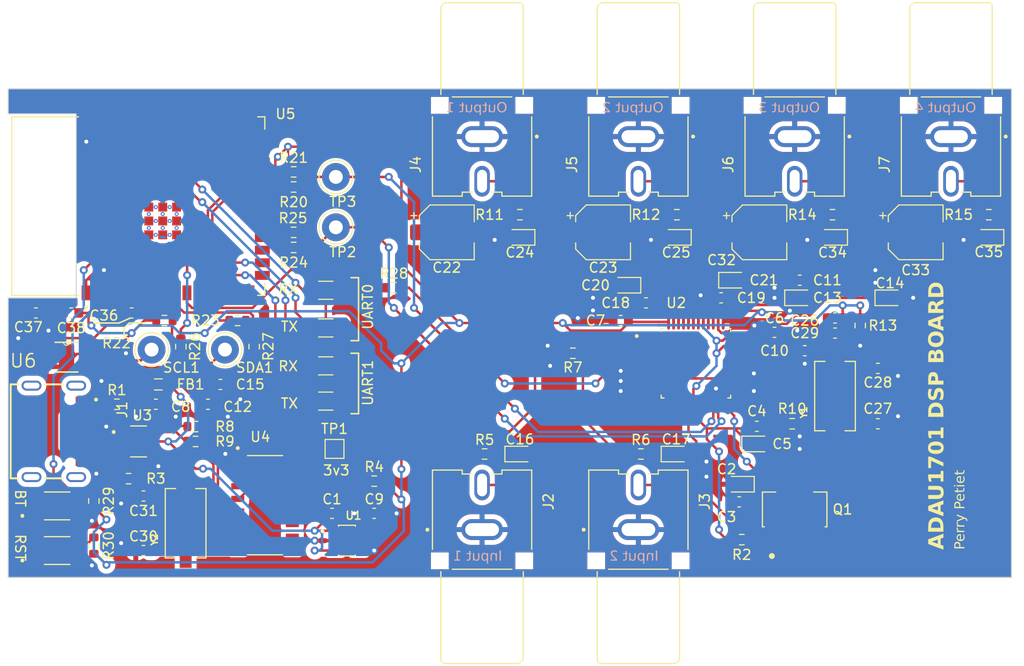
<source format=kicad_pcb>
(kicad_pcb (version 20221018) (generator pcbnew)
  (layers (0 "F.Cu" signal) (31 "B.Cu" signal) (34 "B.Paste" user) (35 "F.Paste" user) (36 "B.SilkS" user "B.Silkscreen") (37 "F.SilkS" user "F.Silkscreen") (38 "B.Mask" user) (39 "F.Mask" user) (44 "Edge.Cuts" user))
  (net 0 "")
  (net 1 "+3.3V")
  (net 2 "EN")
  (net 3 "Net-(C2-Pad1)")
  (net 4 "Net-(C8-Pad1)")
  (net 5 "Net-(U1-VOUT)")
  (net 6 "Net-(U2-CM)")
  (net 7 "FILTA")
  (net 8 "FILTD")
  (net 9 "PLL_LF")
  (net 10 "MCLKI")
  (net 11 "Net-(U4-XO)")
  (net 12 "Net-(U4-XI)")
  (net 13 "Net-(U2-VDRIVE)")
  (net 14 "I2C0_SCL")
  (net 15 "I2C0_SDA")
  (net 16 "Net-(U3-CH1_OUT)")
  (net 17 "Net-(U4-UD-)")
  (net 18 "Net-(U3-CH2_OUT)")
  (net 19 "Net-(U4-UD+)")
  (net 20 "Net-(U4-TXD)")
  (net 21 "Net-(U4-RXD)")
  (net 22 "OSCO")
  (net 23 "I2C1_SCL")
  (net 24 "I2C1_SDA")
  (net 25 "Net-(U5-IO16)")
  (net 26 "adc1")
  (net 27 "adcRes")
  (net 30 "GND")
  (net 31 "BOOT")
  (net 32 "Net-(J1-DP1)")
  (net 33 "Net-(J1-DN1)")
  (net 34 "VBUS")
  (net 35 "Net-(J1-SHIELD-PadS1)")
  (net 36 "Net-(J1-CC2)")
  (net 37 "Net-(J1-CC1)")
  (net 38 "ADA_reset")
  (net 39 "adc2")
  (net 53 "vout3")
  (net 54 "vout2")
  (net 55 "vout1")
  (net 56 "vout0")
  (net 57 "DTR")
  (net 58 "RTS")
  (net 68 "UART1_RX")
  (net 69 "UART1_TX")
  (net 90 "UART0_TX")
  (net 91 "UART0_RX")
  (net 94 "Net-(C29-Pad1)")
  (net 95 "Net-(C32-Pad2)")
  (net 98 "Net-(U5-IO15)")
  (net 99 "Net-(U5-IO14)")
  (net 100 "Net-(U5-IO13)")
  (net 101 "Net-(U5-IO12)")
  (net 102 "Net-(C16-Pad1)")
  (net 103 "Net-(C16-Pad2)")
  (net 104 "Net-(C17-Pad1)")
  (net 105 "Net-(C17-Pad2)")
  (net 106 "Net-(C22-Pad2)")
  (net 107 "Net-(C23-Pad2)")
  (net 108 "Net-(C24-Pad1)")
  (net 109 "Net-(C25-Pad1)")
  (net 110 "Net-(C27-Pad2)")
  (net 111 "Net-(C33-Pad2)")
  (net 112 "Net-(C34-Pad1)")
  (net 113 "Net-(C35-Pad1)")
  (footprint "Resistor_SMD:R_0603_1608Metric" (layer "F.Cu") (at 122.428 72.136 180)
    (fp_text reference "R11")
    (fp_text value "560")
  )
  (footprint "RCJ-041:CUI_RCJ-041" (layer "F.Cu") (at 134.366 107.886 -90)
    (fp_text reference "J3")
    (fp_text value "RCJ-041")
    (fp_line (start -1.7 -5.15) (end -1.7 -3.35) (stroke (width 0.01)) (layer "Edge.Cuts"))
    (fp_line (start -1.7 -3.35) (end 0 -3.35) (stroke (width 0.01)) (layer "Edge.Cuts"))
    (fp_line (start -1.7 3.35) (end -1.7 5.15) (stroke (width 0.01)) (layer "Edge.Cuts"))
    (fp_line (start -1.7 5.15) (end 0 5.15) (stroke (width 0.01)) (layer "Edge.Cuts"))
    (fp_line (start 0 -5.15) (end -1.7 -5.15) (stroke (width 0.01)) (layer "Edge.Cuts"))
    (fp_line (start 0 -3.35) (end 0 -5.15) (stroke (width 0.01)) (layer "Edge.Cuts"))
    (fp_line (start 0 3.35) (end -1.7 3.35) (stroke (width 0.01)) (layer "Edge.Cuts"))
    (fp_line (start 0 5.15) (end 0 3.35) (stroke (width 0.01)) (layer "Edge.Cuts"))
  )
  (footprint "Capacitor_Tantalum_SMD:CP_EIA-1608-08_AVX-J" (layer "F.Cu") (at 122.428 74.422 180)
    (fp_text reference "C24")
    (fp_text value "5.6nF")
  )
  (footprint "RCJ-041:CUI_RCJ-041" (layer "F.Cu") (at 118.618 107.886 -90)
    (fp_text reference "J2")
    (fp_text value "RCJ-041")
    (fp_line (start -1.7 -5.15) (end -1.7 -3.35) (stroke (width 0.01)) (layer "Edge.Cuts"))
    (fp_line (start -1.7 -3.35) (end 0 -3.35) (stroke (width 0.01)) (layer "Edge.Cuts"))
    (fp_line (start -1.7 3.35) (end -1.7 5.15) (stroke (width 0.01)) (layer "Edge.Cuts"))
    (fp_line (start -1.7 5.15) (end 0 5.15) (stroke (width 0.01)) (layer "Edge.Cuts"))
    (fp_line (start 0 -5.15) (end -1.7 -5.15) (stroke (width 0.01)) (layer "Edge.Cuts"))
    (fp_line (start 0 -3.35) (end 0 -5.15) (stroke (width 0.01)) (layer "Edge.Cuts"))
    (fp_line (start 0 3.35) (end -1.7 3.35) (stroke (width 0.01)) (layer "Edge.Cuts"))
    (fp_line (start 0 5.15) (end 0 3.35) (stroke (width 0.01)) (layer "Edge.Cuts"))
  )
  (footprint "Capacitor_SMD:CP_Elec_5x4.5" (layer "F.Cu") (at 130.81 73.914)
    (fp_text reference "C23")
    (fp_text value "47uF")
  )
  (footprint "TestPoint:TestPoint_Loop_D2.60mm_Drill1.4mm_Beaded" (layer "F.Cu") (at 85.32 85.74)
    (fp_text reference "TP4" hide)
    (fp_text value "TestPoint_Small")
  )
  (footprint "Capacitor_SMD:C_0603_1608Metric" (layer "F.Cu") (at 107.75 102.25)
    (fp_text reference "C9")
    (fp_text value "1uF")
  )
  (footprint "Resistor_SMD:R_0603_1608Metric" (layer "F.Cu") (at 88.265 85.44 -90)
    (fp_text reference "R26")
    (fp_text value "0")
  )
  (footprint "Resistor_SMD:R_0603_1608Metric" (layer "F.Cu") (at 153.924 72.136 180)
    (fp_text reference "R14")
    (fp_text value "560")
  )
  (footprint "24LC128-E_MS:SOP65P490X110-8N" (layer "F.Cu") (at 76.75 86.5)
    (fp_text reference "U6")
    (fp_text value "24LC128-E/MS")
  )
  (footprint "TL6330AF200Q:SW_TL6330AF200Q" (layer "F.Cu") (at 75.8 101.5)
    (fp_text reference "S1" hide)
    (fp_text value "TL6330AF200Q")
  )
  (footprint "Capacitor_SMD:C_0603_1608Metric" (layer "F.Cu") (at 132.588 82.804 180)
    (fp_text reference "C7")
    (fp_text value "100nF")
  )
  (footprint "Capacitor_SMD:C_0603_1608Metric" (layer "F.Cu") (at 83.312 82.042)
    (fp_text reference "C36")
    (fp_text value "100nF")
  )
  (footprint "Resistor_SMD:R_0603_1608Metric" (layer "F.Cu") (at 79.5 101 90)
    (fp_text reference "R29")
    (fp_text value "10k")
  )
  (footprint "ECS-120-20-3X-EN-TR:XTAL_ECS-120-20-3X-EN-TR" (layer "F.Cu") (at 88.75 103.25 90)
    (fp_text reference "Y2")
    (fp_text value "ECS-120-20-3X-EN-TR")
  )
  (footprint "Capacitor_Tantalum_SMD:CP_EIA-1608-08_AVX-J" (layer "F.Cu") (at 159.7165 80.518)
    (fp_text reference "C14")
    (fp_text value "10uF")
  )
  (footprint "Capacitor_SMD:C_0603_1608Metric" (layer "F.Cu") (at 77.216 82.042 180)
    (fp_text reference "C38")
    (fp_text value "22uF")
  )
  (footprint "Capacitor_Tantalum_SMD:CP_EIA-1608-08_AVX-J" (layer "F.Cu") (at 146.304 95.25)
    (fp_text reference "C5")
    (fp_text value "10uF")
  )
  (footprint "Resistor_SMD:R_0603_1608Metric" (layer "F.Cu") (at 99.631 67.818)
    (fp_text reference "R21")
    (fp_text value "2k20")
  )
  (footprint "Resistor_SMD:R_0603_1608Metric" (layer "F.Cu") (at 149.86 93.218 180)
    (fp_text reference "R10")
    (fp_text value "100")
  )
  (footprint "Resistor_SMD:R_1206_3216Metric" (layer "F.Cu") (at 102.87 90.932)
    (fp_text reference "R18" hide)
    (fp_text value "0")
  )
  (footprint "Resistor_SMD:R_0603_1608Metric" (layer "F.Cu") (at 79.5 105.5 90)
    (fp_text reference "R30")
    (fp_text value "10k")
  )
  (footprint "TPD2S017DBVR:SOT95P280X145-6N" (layer "F.Cu") (at 84 95)
    (fp_text reference "U3")
    (fp_text value "TPD2S017DBVR")
  )
  (footprint "Capacitor_SMD:C_0603_1608Metric" (layer "F.Cu") (at 151.13 85.852)
    (fp_text reference "C10")
    (fp_text value "100nF")
  )
  (footprint "Capacitor_SMD:C_0603_1608Metric" (layer "F.Cu") (at 154.178 82.55 180)
    (fp_text reference "C26")
    (fp_text value "3.3nF")
  )
  (footprint "USB4800-03-A_REVA:GCT_USB4800-03-A_REVA" (layer "F.Cu") (at 73.22 93.98 -90)
    (fp_text reference "J1")
    (fp_text value "USB4800-03-A_REVA")
  )
  (footprint "Resistor_SMD:R_0603_1608Metric" (layer "F.Cu") (at 93.98 82.804)
    (fp_text reference "R23")
    (fp_text value "2k20")
  )
  (footprint "Resistor_SMD:R_0603_1608Metric" (layer "F.Cu") (at 89.75 95)
    (fp_text reference "R9")
    (fp_text value "0")
  )
  (footprint "ADAU1701JSTZ:QFP50P900X900X160-48N" (layer "F.Cu") (at 140.1625 87.122)
    (fp_text reference "U2")
    (fp_text value "ADAU1701JSTZ")
  )
  (footprint "Resistor_SMD:R_0603_1608Metric" (layer "F.Cu") (at 83 98.75)
    (fp_text reference "R3")
    (fp_text value "5k1")
  )
  (footprint "Resistor_SMD:R_0603_1608Metric" (layer "F.Cu") (at 134.62 96.266)
    (fp_text reference "R6")
    (fp_text value "18k")
  )
  (footprint "Capacitor_Tantalum_SMD:CP_EIA-1608-08_AVX-J" (layer "F.Cu") (at 122.428 96.266)
    (fp_text reference "C16")
    (fp_text value "47uF")
  )
  (footprint "Capacitor_SMD:C_0603_1608Metric" (layer "F.Cu") (at 150.622 78.74)
    (fp_text reference "C11")
    (fp_text value "100nF")
  )
  (footprint "ZX5T953GTA:SOT230P700X180-4N" (layer "F.Cu") (at 150.114 101.854 90)
    (fp_text reference "Q1")
    (fp_text value "ZX5T953GTA")
  )
  (footprint "Resistor_SMD:R_0603_1608Metric" (layer "F.Cu") (at 127.762 86.106 180)
    (fp_text reference "R7")
    (fp_text value "18k")
  )
  (footprint "Resistor_SMD:R_0603_1608Metric" (layer "F.Cu") (at 99.631 73.914)
    (fp_text reference "R25")
    (fp_text value "0")
  )
  (footprint "Resistor_SMD:R_0603_1608Metric" (layer "F.Cu") (at 107.75 99)
    (fp_text reference "R4")
    (fp_text value "0")
  )
  (footprint "ECS-122.8-20-3X-EN-TR:XTAL_ECS-122.8-20-3X-EN-TR" (layer "F.Cu") (at 154.178 90.424 90)
    (fp_text reference "Y1")
    (fp_text value "ECS-122.8-20-3X-EN-TR")
  )
  (footprint "Inductor_SMD:L_0805_2012Metric" (layer "F.Cu") (at 86 89.25)
    (fp_text reference "FB1")
    (fp_text value "f_bead")
  )
  (footprint "Resistor_SMD:R_0603_1608Metric" (layer "F.Cu") (at 169.672 72.136 180)
    (fp_text reference "R15")
    (fp_text value "560")
  )
  (footprint "Capacitor_Tantalum_SMD:CP_EIA-1608-08_AVX-J" (layer "F.Cu") (at 153.924 74.422 180)
    (fp_text reference "C34")
    (fp_text value "5.6nF")
  )
  (footprint "Capacitor_SMD:C_0603_1608Metric" (layer "F.Cu") (at 73.66 82.042 180)
    (fp_text reference "C37")
    (fp_text value "100nF")
  )
  (footprint "Resistor_SMD:R_0603_1608Metric" (layer "F.Cu") (at 81.825 91.25)
    (fp_text reference "R1")
    (fp_text value "5k1")
  )
  (footprint "Capacitor_SMD:C_0603_1608Metric" (layer "F.Cu") (at 103.5 102.25)
    (fp_text reference "C1")
    (fp_text value "1uF")
  )
  (footprint "AP2112K-3.3TRG1:SOT95P285X140-5N" (layer "F.Cu") (at 105 105)
    (fp_text reference "U1")
    (fp_text value "AP2112K-3.3TRG1")
  )
  (footprint "Resistor_SMD:R_0603_1608Metric" (layer "F.Cu") (at 89.75 93.5)
    (fp_text reference "R8")
    (fp_text value "0")
  )
  (footprint "ESP32-S3-WROOM-1-N16R2:XCVR_ESP32-S3-WROOM-1-N16R2" (layer "F.Cu") (at 83.98 71.268 90)
    (fp_text reference "U5")
    (fp_text value "ESP32-S3-WROOM-1-N16R2")
  )
  (footprint "Resistor_SMD:R_1206_3216Metric" (layer "F.Cu") (at 102.87 87.376)
    (fp_text reference "R19" hide)
    (fp_text value "0")
  )
  (footprint "RCJ-041:CUI_RCJ-041" (layer "F.Cu") (at 165.862 60.262 90)
    (fp_text reference "J7")
    (fp_text value "RCJ-041")
    (fp_line (start -1.7 -5.15) (end -1.7 -3.35) (stroke (width 0.01)) (layer "Edge.Cuts"))
    (fp_line (start -1.7 -3.35) (end 0 -3.35) (stroke (width 0.01)) (layer "Edge.Cuts"))
    (fp_line (start -1.7 3.35) (end -1.7 5.15) (stroke (width 0.01)) (layer "Edge.Cuts"))
    (fp_line (start -1.7 5.15) (end 0 5.15) (stroke (width 0.01)) (layer "Edge.Cuts"))
    (fp_line (start 0 -5.15) (end -1.7 -5.15) (stroke (width 0.01)) (layer "Edge.Cuts"))
    (fp_line (start 0 -3.35) (end 0 -5.15) (stroke (width 0.01)) (layer "Edge.Cuts"))
    (fp_line (start 0 3.35) (end -1.7 3.35) (stroke (width 0.01)) (layer "Edge.Cuts"))
    (fp_line (start 0 5.15) (end 0 3.35) (stroke (width 0.01)) (layer "Edge.Cuts"))
  )
  (footprint "Capacitor_SMD:C_0603_1608Metric" (layer "F.Cu") (at 146.304 93.472 180)
    (fp_text reference "C4")
    (fp_text value "100nF")
  )
  (footprint "Capacitor_Tantalum_SMD:CP_EIA-1608-08_AVX-J" (layer "F.Cu") (at 169.672 74.422 180)
    (fp_text reference "C35")
    (fp_text value "5.6nF")
  )
  (footprint "Capacitor_Tantalum_SMD:CP_EIA-1608-08_AVX-J" (layer "F.Cu") (at 150.622 80.518)
    (fp_text reference "C13")
    (fp_text value "47uF")
  )
  (footprint "Resistor_SMD:R_0603_1608Metric" (layer "F.Cu") (at 144.78 104.902)
    (fp_text reference "R2")
    (fp_text value "1k")
  )
  (footprint "Capacitor_SMD:CP_Elec_5x4.5" (layer "F.Cu") (at 146.558 73.914)
    (fp_text reference "C32")
    (fp_text value "47uF")
  )
  (footprint "Capacitor_Tantalum_SMD:CP_EIA-1608-08_AVX-J" (layer "F.Cu") (at 143.9685 78.74)
    (fp_text reference "C21")
    (fp_text value "10uF")
  )
  (footprint "Capacitor_SMD:C_0603_1608Metric" (layer "F.Cu") (at 91 91.25)
    (fp_text reference "C12")
    (fp_text value "100nF")
  )
  (footprint "Capacitor_Tantalum_SMD:CP_EIA-1608-08_AVX-J" (layer "F.Cu") (at 138.176 96.266)
    (fp_text reference "C17")
    (fp_text value "47uF")
  )
  (footprint "Capacitor_SMD:C_0603_1608Metric" (layer "F.Cu") (at 84.5 106)
    (fp_text reference "C30")
    (fp_text value "22pF")
  )
  (footprint "Resistor_SMD:R_0603_1608Metric" (layer "F.Cu") (at 99.631 69.342)
    (fp_text reference "R20")
    (fp_text value "2k20")
  )
  (footprint "Resistor_SMD:R_0603_1608Metric" (layer "F.Cu") (at 118.872 96.266)
    (fp_text reference "R5")
    (fp_text value "18k")
  )
  (footprint "Capacitor_Tantalum_SMD:CP_EIA-1608-08_AVX-J" (layer "F.Cu") (at 133.096 79.248 180)
    (fp_text reference "C20")
    (fp_text value "10uF")
  )
  (footprint "Capacitor_SMD:CP_Elec_5x4.5" (layer "F.Cu") (at 162.306 73.914)
    (fp_text reference "C33")
    (fp_text value "47uF")
  )
  (footprint "Resistor_SMD:R_0603_1608Metric" (layer "F.Cu") (at 86.614 82.804)
    (fp_text reference "R22")
    (fp_text value "2k20")
  )
  (footprint "TestPoint:TestPoint_Loop_D2.60mm_Drill1.4mm_Beaded" (layer "F.Cu") (at 103.886 73.406)
    (fp_text reference "TP2")
    (fp_text value "TestPoint_Small")
  )
  (footprint "Resistor_SMD:R_0603_1608Metric" (layer "F.Cu") (at 156.718 83.312 -90)
    (fp_text reference "R13")
    (fp_text value "475")
  )
  (footprint "CH340G:SOIC127P600X180-16N" (layer "F.Cu") (at 96.75 101.425)
    (fp_text reference "U4")
    (fp_text value "CH340G")
  )
  (footprint "TestPoint:TestPoint_Loop_D2.60mm_Drill1.4mm_Beaded" (layer "F.Cu") (at 103.886 68.326)
    (fp_text reference "TP3")
    (fp_text value "TestPoint_Small")
  )
  (footprint "Capacitor_SMD:C_0603_1608Metric" (layer "F.Cu") (at 142.6985 80.518)
    (fp_text reference "C19")
    (fp_text value "100nF")
  )
  (footprint "Capacitor_SMD:C_0603_1608Metric" (layer "F.Cu") (at 135.128 81.026 180)
    (fp_text reference "C18")
    (fp_text value "100nF")
  )
  (footprint "Resistor_SMD:R_1206_3216Metric" (layer "F.Cu") (at 102.87 83.554)
    (fp_text reference "R17" hide)
    (fp_text value "0")
  )
  (footprint "Capacitor_SMD:C_0603_1608Metric" (layer "F.Cu") (at 144.526 101.092)
    (fp_text reference "C3")
    (fp_text value "100nF")
  )
  (footprint "RCJ-041:CUI_RCJ-041" (layer "F.Cu") (at 150.114 60.262 90)
    (fp_text reference "J6")
    (fp_text value "RCJ-041")
    (fp_line (start -1.7 -5.15) (end -1.7 -3.35) (stroke (width 0.01)) (layer "Edge.Cuts"))
    (fp_line (start -1.7 -3.35) (end 0 -3.35) (stroke (width 0.01)) (layer "Edge.Cuts"))
    (fp_line (start -1.7 3.35) (end -1.7 5.15) (stroke (width 0.01)) (layer "Edge.Cuts"))
    (fp_line (start -1.7 5.15) (end 0 5.15) (stroke (width 0.01)) (layer "Edge.Cuts"))
    (fp_line (start 0 -5.15) (end -1.7 -5.15) (stroke (width 0.01)) (layer "Edge.Cuts"))
    (fp_line (start 0 -3.35) (end 0 -5.15) (stroke (width 0.01)) (layer "Edge.Cuts"))
    (fp_line (start 0 3.35) (end -1.7 3.35) (stroke (width 0.01)) (layer "Edge.Cuts"))
    (fp_line (start 0 5.15) (end 0 3.35) (stroke (width 0.01)) (layer "Edge.Cuts"))
  )
  (footprint "Capacitor_SMD:C_0603_1608Metric" (layer "F.Cu") (at 154.178 84.074 180)
    (fp_text reference "C29")
    (fp_text value "100nF")
  )
  (footprint "Resistor_SMD:R_0603_1608Metric" (layer "F.Cu") (at 109.728 79.502)
    (fp_text reference "R28")
    (fp_text value "0")
  )
  (footprint "TL6330AF200Q:SW_TL6330AF200Q" (layer "F.Cu") (at 75.8 106)
    (fp_text reference "S2" hide)
    (fp_text value "TL6330AF200Q")
  )
  (footprint "TestPoint:TestPoint_Pad_1.5x1.5mm" (layer "F.Cu") (at 103.75 95.75)
    (fp_text reference "TP1")
    (fp_text value "TestPoint_Small")
  )
  (footprint "Resistor_SMD:R_1206_3216Metric" (layer "F.Cu") (at 102.87 79.756)
    (fp_text reference "R16" hide)
    (fp_text value "0")
  )
  (footprint "RCJ-041:CUI_RCJ-041" (layer "F.Cu") (at 118.618 60.262 90)
    (fp_text reference "J4")
    (fp_text value "RCJ-041")
    (fp_line (start -1.7 -5.15) (end -1.7 -3.35) (stroke (width 0.01)) (layer "Edge.Cuts"))
    (fp_line (start -1.7 -3.35) (end 0 -3.35) (stroke (width 0.01)) (layer "Edge.Cuts"))
    (fp_line (start -1.7 3.35) (end -1.7 5.15) (stroke (width 0.01)) (layer "Edge.Cuts"))
    (fp_line (start -1.7 5.15) (end 0 5.15) (stroke (width 0.01)) (layer "Edge.Cuts"))
    (fp_line (start 0 -5.15) (end -1.7 -5.15) (stroke (width 0.01)) (layer "Edge.Cuts"))
    (fp_line (start 0 -3.35) (end 0 -5.15) (stroke (width 0.01)) (layer "Edge.Cuts"))
    (fp_line (start 0 3.35) (end -1.7 3.35) (stroke (width 0.01)) (layer "Edge.Cuts"))
    (fp_line (start 0 5.15) (end 0 3.35) (stroke (width 0.01)) (layer "Edge.Cuts"))
  )
  (footprint "Capacitor_SMD:CP_Elec_5x4.5" (layer "F.Cu") (at 115.062 73.914)
    (fp_text reference "C22")
    (fp_text value "47uF")
  )
  (footprint "Capacitor_Tantalum_SMD:CP_EIA-1608-08_AVX-J" (layer "F.Cu") (at 138.176 74.422 180)
    (fp_text reference "C25")
    (fp_text value "5.6nF")
  )
  (footprint "Capacitor_SMD:C_0603_1608Metric" (layer "F.Cu") (at 84.5 100.5)
    (fp_text reference "C31")
    (fp_text value "22pF")
  )
  (footprint "RCJ-041:CUI_RCJ-041" (layer "F.Cu") (at 134.366 60.262 90)
    (fp_text reference "J5")
    (fp_text value "RCJ-041")
    (fp_line (start -1.7 -5.15) (end -1.7 -3.35) (stroke (width 0.01)) (layer "Edge.Cuts"))
    (fp_line (start -1.7 -3.35) (end 0 -3.35) (stroke (width 0.01)) (layer "Edge.Cuts"))
    (fp_line (start -1.7 3.35) (end -1.7 5.15) (stroke (width 0.01)) (layer "Edge.Cuts"))
    (fp_line (start -1.7 5.15) (end 0 5.15) (stroke (width 0.01)) (layer "Edge.Cuts"))
    (fp_line (start 0 -5.15) (end -1.7 -5.15) (stroke (width 0.01)) (layer "Edge.Cuts"))
    (fp_line (start 0 -3.35) (end 0 -5.15) (stroke (width 0.01)) (layer "Edge.Cuts"))
    (fp_line (start 0 3.35) (end -1.7 3.35) (stroke (width 0.01)) (layer "Edge.Cuts"))
    (fp_line (start 0 5.15) (end 0 3.35) (stroke (width 0.01)) (layer "Edge.Cuts"))
  )
  (footprint "Resistor_SMD:R_0603_1608Metric" (layer "F.Cu") (at 95.655 85.44 -90)
    (fp_text reference "R27")
    (fp_text value "0")
  )
  (footprint "Capacitor_SMD:C_0603_1608Metric" (layer "F.Cu") (at 158.496 93.218 180)
    (fp_text reference "C27")
    (fp_text value "22pF")
  )
  (footprint "Capacitor_SMD:C_0603_1608Metric" (layer "F.Cu") (at 148.082 83.9978)
    (fp_text reference "C6")
    (fp_text value "100nF")
  )
  (footprint "TestPoint:TestPoint_Loop_D2.60mm_Drill1.4mm_Beaded" (layer "F.Cu") (at 92.71 85.74)
    (fp_text reference "TP5" hide)
    (fp_text value "TestPoint_Small")
  )
  (footprint "Capacitor_SMD:C_0603_1608Metric" (layer "F.Cu") (at 85.75 91.25)
    (fp_text reference "C8")
    (fp_text value "10nF")
  )
  (footprint "Capacitor_SMD:C_0603_1608Metric" (layer "F.Cu") (at 158.496 87.63 180)
    (fp_text reference "C28")
    (fp_text value "22pF")
  )
  (footprint "Resistor_SMD:R_0603_1608Metric" (layer "F.Cu") (at 99.631 75.438)
    (fp_text reference "R24")
    (fp_text value "0")
  )
  (footprint "Resistor_SMD:R_0603_1608Metric" (layer "F.Cu") (at 138.239 72.136 180)
    (fp_text reference "R12")
    (fp_text value "560")
  )
  (footprint "Capacitor_SMD:C_0603_1608Metric" (layer "F.Cu") (at 92.25 89.25)
    (fp_text reference "C15")
    (fp_text value "4.7uF")
  )
  (footprint "Capacitor_Tantalum_SMD:CP_EIA-1608-08_AVX-J" (layer "F.Cu") (at 144.526 99.314 180)
    (fp_text reference "C2")
    (fp_text value "10uF")
  )
  (gr_line (start 82.55 83.566) (end 83.058 83.058) (stroke (width 0.15)) (layer "F.SilkS"))
  (gr_line (start 105.41 84.836) (end 106.172 84.836) (stroke (width 0.15)) (layer "F.SilkS"))
  (gr_line (start 106.172 92.202) (end 106.172 86.36) (stroke (width 0.15)) (layer "F.SilkS"))
  (gr_line (start 106.172 86.106) (end 105.41 86.106) (stroke (width 0.15)) (layer "F.SilkS"))
  (gr_line (start 82.55 84.328) (end 82.55 83.566) (stroke (width 0.15)) (layer "F.SilkS"))
  (gr_line (start 83.058 83.058) (end 84.836 83.058) (stroke (width 0.15)) (layer "F.SilkS"))
  (gr_line (start 106.172 86.36) (end 106.172 86.106) (stroke (width 0.15)) (layer "F.SilkS"))
  (gr_line (start 79.502 83.058) (end 82.042 83.058) (stroke (width 0.15)) (layer "F.SilkS"))
  (gr_line (start 82.042 83.058) (end 83.17142 82.552) (stroke (width 0.15)) (layer "F.SilkS"))
  (gr_line (start 105.41 92.202) (end 106.172 92.202) (stroke (width 0.15)) (layer "F.SilkS"))
  (gr_line (start 106.172 78.486) (end 105.41 78.486) (stroke (width 0.15)) (layer "F.SilkS"))
  (gr_line (start 106.172 84.836) (end 106.172 78.486) (stroke (width 0.15)) (layer "F.SilkS"))
  (gr_line (start 77.724 80.518) (end 77.724 61.976) (stroke (width 0.1)) (layer "Edge.Cuts"))
  (gr_line (start 70.866 80.518) (end 70.866 108.712) (stroke (width 0.1)) (layer "Edge.Cuts"))
  (gr_line (start 70.866 108.712) (end 171.958 108.712) (stroke (width 0.1)) (layer "Edge.Cuts"))
  (gr_line (start 70.866 61.976) (end 70.866 59.436) (stroke (width 0.1)) (layer "Edge.Cuts"))
  (gr_line (start 77.724 61.976) (end 71.12 61.976) (stroke (width 0.1)) (layer "Edge.Cuts"))
  (gr_line (start 71.12 61.976) (end 70.866 61.976) (stroke (width 0.1)) (layer "Edge.Cuts"))
  (gr_line (start 171.958 59.436) (end 171.958 108.712) (stroke (width 0.1)) (layer "Edge.Cuts"))
  (gr_line (start 71.12 80.518) (end 77.724 80.518) (stroke (width 0.1)) (layer "Edge.Cuts"))
  (gr_line (start 70.866 59.436) (end 171.958 59.436) (stroke (width 0.1)) (layer "Edge.Cuts"))
  (gr_line (start 71.12 80.518) (end 70.866 80.518) (stroke (width 0.1)) (layer "Edge.Cuts"))
  (gr_text "Input 2\n" (at 136.398 107.188) (layer "B.SilkS") (effects (font (size 1 1)) (justify left bottom mirror)))
  (gr_text "Output 3\n" (at 152.654 61.976) (layer "B.SilkS") (effects (font (size 1 1)) (justify left bottom mirror)))
  (gr_text "Output 4\n" (at 168.402 61.976) (layer "B.SilkS") (effects (font (size 1 1)) (justify left bottom mirror)))
  (gr_text "Output 2\n" (at 136.906 61.976) (layer "B.SilkS") (effects (font (size 1 1)) (justify left bottom mirror)))
  (gr_text "Output 1" (at 121.158 61.976) (layer "B.SilkS") (effects (font (size 1 1)) (justify left bottom mirror)))
  (gr_text "Input 1\n" (at 120.65 107.188) (layer "B.SilkS") (effects (font (size 1 1)) (justify left bottom mirror)))
  (gr_text "BT" (at 71.5 99.75 -90) (layer "F.SilkS") (effects (font (size 1 1)) (justify left bottom)))
  (gr_text "3v3" (at 102.5 98.5) (layer "F.SilkS") (effects (font (size 1 1)) (justify left bottom)))
  (gr_text "Perry Petiet" (at 167.386 105.918 90) (layer "F.SilkS") (effects (font (size 1 1)) (justify left bottom)))
  (gr_text "RX" (at 98 80.25) (layer "F.SilkS") (effects (font (size 1 1)) (justify left bottom)))
  (gr_text "TX\n" (at 98.25 91.75) (layer "F.SilkS") (effects (font (size 1 1)) (justify left bottom)))
  (gr_text "RST" (at 71.5 104.25 -90) (layer "F.SilkS") (effects (font (size 1 1)) (justify left bottom)))
  (gr_text "UART1" (at 107.696 91.5 90) (layer "F.SilkS") (effects (font (size 1 1)) (justify left bottom)))
  (gr_text "TX\n" (at 98.25 84) (layer "F.SilkS") (effects (font (size 1 1)) (justify left bottom)))
  (gr_text "ADAU1701 DSP BOARD" (at 165.354 105.918 90) (layer "F.SilkS") (effects (font (size 1.5 1.5) (thickness 0.3) bold) (justify left bottom)))
  (gr_text "SDA1" (at 93.726 88.138) (layer "F.SilkS") (effects (font (size 1 1)) (justify left bottom)))
  (gr_text "RX" (at 98 88) (layer "F.SilkS") (effects (font (size 1 1)) (justify left bottom)))
  (gr_text "UART0" (at 107.696 83.82 90) (layer "F.SilkS") (effects (font (size 1 1)) (justify left bottom)))
  (gr_text "SCL1\n" (at 86.36 88.138) (layer "F.SilkS") (effects (font (size 1 1)) (justify left bottom)))
  (segment (start 78.966 83.03) (end 79.248 83.312) (width 0.25) (layer "F.Cu") (net 1))
  (segment (start 79.99 81.018) (end 79.99 80.018) (width 0.25) (layer "F.Cu") (net 1))
  (segment (start 143.955 104.902) (end 146.241 107.188) (width 0.25) (layer "F.Cu") (net 1))
  (segment (start 133.363 83.045) (end 132.588 83.82) (width 0.25) (layer "F.Cu") (net 1))
  (segment (start 145.312 93.689) (end 145.529 93.472) (width 0.25) (layer "F.Cu") (net 1))
  (segment (start 79.655 106.325) (end 80.772 107.442) (width 0.25) (layer "F.Cu") (net 1))
  (segment (start 148.1623 83.1425) (end 147.307 83.9978) (width 0.25) (layer "F.Cu") (net 1))
  (segment (start 142.876396 84.836) (end 143.340396 84.372) (width 0.25) (layer "F.Cu") (net 1))
  (segment (start 146.241 107.188) (end 150.09 107.188) (width 0.25) (layer "F.Cu") (net 1))
  (segment (start 146.812 81.9675) (end 146.6705 81.826) (width 0.25) (layer "F.Cu") (net 1))
  (segment (start 98.425 69.342) (end 98.806 69.342) (width 0.25) (layer "F.Cu") (net 1))
  (segment (start 142.974 85.372) (end 144.3425 85.372) (width 0.25) (layer "F.Cu") (net 1))
  (segment (start 98.044 66.294) (end 99.06 65.278) (width 0.25) (layer "F.Cu") (net 1))
  (segment (start 154.953 81.28) (end 154.953 82.55) (width 0.25) (layer "F.Cu") (net 1))
  (segment (start 150.173141 82.296) (end 149.326641 83.1425) (width 0.25) (layer "F.Cu") (net 1))
  (segment (start 139.9125 92.332) (end 141.2695 93.689) (width 0.25) (layer "F.Cu") (net 1))
  (segment (start 94.125564 100.79) (end 97.935564 96.98) (width 0.25) (layer "F.Cu") (net 1))
  (segment (start 90.678 84.074) (end 91.948 82.804) (width 0.25) (layer "F.Cu") (net 1))
  (segment (start 150.09 107.188) (end 152.414 104.864) (width 0.25) (layer "F.Cu") (net 1))
  (segment (start 91.948 82.804) (end 93.155 82.804) (width 0.25) (layer "F.Cu") (net 1))
  (segment (start 139.9125 89.7035) (end 140.208 89.408) (width 0.25) (layer "F.Cu") (net 1))
  (segment (start 106.07 93.99) (end 102.49 93.99) (width 0.25) (layer "F.Cu") (net 1))
  (segment (start 79.5 101.825) (end 79.727 101.825) (width 0.25) (layer "F.Cu") (net 1))
  (segment (start 144.0305 93.689) (end 145.5915 95.25) (width 0.25) (layer "F.Cu") (net 1))
  (segment (start 110.49 100.838) (end 110.413 100.838) (width 0.25) (layer "F.Cu") (net 1))
  (segment (start 78.966 82.042) (end 79.99 81.018) (width 0.25) (layer "F.Cu") (net 1))
  (segment (start 142.974 85.372) (end 142.24 86.106) (width 0.25) (layer "F.Cu") (net 1))
  (segment (start 84.582 82.804) (end 85.789 82.804) (width 0.25) (layer "F.Cu") (net 1))
  (segment (start 79.5 106.325) (end 79.655 106.325) (width 0.25) (layer "F.Cu") (net 1))
  (segment (start 108.575 99) (end 108.575 96.495) (width 0.25) (layer "F.Cu") (net 1))
  (segment (start 75.451 81.026) (end 74.435 82.042) (width 0.25) (layer "F.Cu") (net 1))
  (segment (start 142.230891 81.826) (end 141.9125 82.144391) (width 0.25) (layer "F.Cu") (net 1))
  (segment (start 81.8512 85.5348) (end 83.312 84.074) (width 0.25) (layer "F.Cu") (net 1))
  (segment (start 156.718 81.28) (end 156.718 82.487) (width 0.25) (layer "F.Cu") (net 1))
  (segment (start 133.363 83.058) (end 133.479 82.942) (width 0.25) (layer "F.Cu") (net 1))
  (segment (start 144.3425 84.372) (end 146.9328 84.372) (width 0.25) (layer "F.Cu") (net 1))
  (segment (start 141.2695 93.689) (end 144.0305 93.689) (width 0.25) (layer "F.Cu") (net 1))
  (segment (start 98.806 67.818) (end 99.06 67.564) (width 0.25) (layer "F.Cu") (net 1))
  (segment (start 141.2695 94.7875) (end 141.2695 93.689) (width 0.25) (layer "F.Cu") (net 1))
  (segment (start 142.24 84.836) (end 142.876396 84.836) (width 0.25) (layer "F.Cu") (net 1))
  (segment (start 97.79 66.548) (end 97.79 68.707) (width 0.25) (layer "F.Cu") (net 1))
  (segment (start 133.363 82.804) (end 133.363 83.045) (width 0.25) (layer "F.Cu") (net 1))
  (segment (start 94 100.79) (end 94.125564 100.79) (width 0.25) (layer "F.Cu") (net 1))
  (segment (start 150.355 85.852) (end 149.875 85.372) (width 0.25) (layer "F.Cu") (net 1))
  (segment (start 77.991 82.042) (end 78.966 82.042) (width 0.25) (layer "F.Cu") (net 1))
  (segment (start 116.332 83.058) (end 126.746 83.058) (width 0.25) (layer "F.Cu") (net 1))
  (segment (start 99.06 65.278) (end 108.204 65.278) (width 0.25) (layer "F.Cu") (net 1))
  (segment (start 110.49 67.564) (end 110.49 77.216) (width 0.25) (layer "F.Cu") (net 1))
  (segment (start 108.204 65.278) (end 110.49 67.564) (width 0.25) (layer "F.Cu") (net 1))
  (segment (start 142.494 104.14) (end 143.256 104.902) (width 0.25) (layer "F.Cu") (net 1))
  (segment (start 110.49 77.216) (end 116.332 83.058) (width 0.25) (layer "F.Cu") (net 1))
  (segment (start 143.340396 84.372) (end 144.3425 84.372) (width 0.25) (layer "F.Cu") (net 1))
  (segment (start 127.508 83.82) (end 126.746 83.058) (width 0.25) (layer "F.Cu") (net 1))
  (segment (start 143.256 104.902) (end 143.955 104.902) (width 0.25) (layer "F.Cu") (net 1))
  (segment (start 78.782 85.5348) (end 81.8512 85.5348) (width 0.25) (layer "F.Cu") (net 1))
  (segment (start 142.494 96.012) (end 141.2695 94.7875) (width 0.25) (layer "F.Cu") (net 1))
  (segment (start 97.79 68.707) (end 98.425 69.342) (width 0.25) (layer "F.Cu") (net 1))
  (segment (start 141.9125 82.144391) (end 141.9125 82.942) (width 0.25) (layer "F.Cu") (net 1))
  (segment (start 99.06 67.564) (end 99.06 65.278) (width 0.25) (layer "F.Cu") (net 1))
  (segment (start 97.935564 96.98) (end 99.5 96.98) (width 0.25) (layer "F.Cu") (net 1))
  (segment (start 98.044 66.294) (end 97.79 66.548) (width 0.25) (layer "F.Cu") (net 1))
  (segment (start 159.004 80.518) (end 153.416 80.518) (width 0.25) (layer "F.Cu") (net 1))
  (segment (start 142.494 103.886) (end 142.494 104.14) (width 0.25) (layer "F.Cu") (net 1))
  (segment (start 77.978 82.042) (end 76.962 81.026) (width 0.25) (layer "F.Cu") (net 1))
  (segment (start 110.413 100.838) (end 108.575 99) (width 0.25) (layer "F.Cu") (net 1))
  (segment (start 102.49 93.99) (end 99.5 96.98) (width 0.25) (layer "F.Cu") (net 1))
  (segment (start 153.416 80.518) (end 151.638 82.296) (width 0.25) (layer "F.Cu") (net 1))
  (segment (start 146.9328 84.372) (end 147.307 83.9978) (width 0.25) (layer "F.Cu") (net 1))
  (segment (start 146.6705 81.826) (end 142.230891 81.826) (width 0.25) (layer "F.Cu") (net 1))
  (segment (start 77.991 82.042) (end 77.978 82.042) (width 0.25) (layer "F.Cu") (net 1))
  (segment (start 110.49 87.122) (end 110.49 97.79) (width 0.25) (layer "F.Cu") (net 1))
  (segment (start 79.727 101.825) (end 80.772 102.87) (width 0.25) (layer "F.Cu") (net 1))
  (segment (start 151.638 82.296) (end 150.173141 82.296) (width 0.25) (layer "F.Cu") (net 1))
  (segment (start 108.575 96.495) (end 106.07 93.99) (width 0.25) (layer "F.Cu") (net 1))
  (segment (start 78.966 82.042) (end 78.966 83.03) (width 0.25) (layer "F.Cu") (net 1))
  (segment (start 149.875 85.372) (end 144.3425 85.372) (width 0.25) (layer "F.Cu") (net 1))
  (segment (start 76.962 81.026) (end 75.451 81.026) (width 0.25) (layer "F.Cu") (net 1))
  (segment (start 83.312 84.074) (end 84.582 82.804) (width 0.25) (layer "F.Cu") (net 1))
  (segment (start 139.9125 91.302) (end 139.9125 89.7035) (width 0.25) (layer "F.Cu") (net 1))
  (segment (start 132.588 83.82) (end 127.508 83.82) (width 0.25) (layer "F.Cu") (net 1))
  (segment (start 139.9125 91.302) (end 139.9125 92.332) (width 0.25) (layer "F.Cu") (net 1))
  (segment (start 141.2695 93.689) (end 145.312 93.689) (width 0.25) (layer "F.Cu") (net 1))
  (segment (start 133.479 82.942) (end 137.4125 82.942) (width 0.25) (layer "F.Cu") (net 1))
  (segment (start 149.326641 83.1425) (end 148.1623 83.1425) (width 0.25) (layer "F.Cu") (net 1))
  (via (at 140.208 89.408) (size 0.8) (drill 0.4) (layers "F.Cu" "B.Cu") (net 1))
  (via (at 142.24 84.836) (size 0.8) (drill 0.4) (layers "F.Cu" "B.Cu") (net 1))
  (via (at 110.49 97.79) (size 0.8) (drill 0.4) (layers "F.Cu" "B.Cu") (net 1))
  (via (at 80.772 107.442) (size 0.8) (drill 0.4) (layers "F.Cu" "B.Cu") (net 1))
  (via (at 110.49 100.838) (size 0.8) (drill 0.4) (layers "F.Cu" "B.Cu") (net 1))
  (via (at 99.06 65.278) (size 0.8) (drill 0.4) (layers "F.Cu" "B.Cu") (net 1))
  (via (at 142.494 96.012) (size 0.8) (drill 0.4) (layers "F.Cu" "B.Cu") (net 1))
  (via (at 83.312 84.074) (size 0.8) (drill 0.4) (layers "F.Cu" "B.Cu") (net 1))
  (via (at 80.772 102.87) (size 0.8) (drill 0.4) (layers "F.Cu" "B.Cu") (net 1))
  (via (at 126.746 83.058) (size 0.8) (drill 0.4) (layers "F.Cu" "B.Cu") (net 1))
  (via (at 146.812 81.9675) (size 0.8) (drill 0.4) (layers "F.Cu" "B.Cu") (net 1))
  (via (at 110.49 87.122) (size 0.8) (drill 0.4) (layers "F.Cu" "B.Cu") (net 1))
  (via (at 90.678 84.074) (size 0.8) (drill 0.4) (layers "F.Cu" "B.Cu") (net 1))
  (via (at 142.24 86.106) (size 0.8) (drill 0.4) (layers "F.Cu" "B.Cu") (net 1))
  (via (at 79.248 83.312) (size 0.8) (drill 0.4) (layers "F.Cu" "B.Cu") (net 1))
  (via (at 98.044 66.294) (size 0.8) (drill 0.4) (layers "F.Cu" "B.Cu") (net 1))
  (via (at 142.494 103.886) (size 0.8) (drill 0.4) (layers "F.Cu" "B.Cu") (net 1))
  (via (at 156.718 81.28) (size 0.8) (drill 0.4) (layers "F.Cu" "B.Cu") (net 1))
  (via (at 116.332 83.058) (size 0.8) (drill 0.4) (layers "F.Cu" "B.Cu") (net 1))
  (via (at 154.953 81.28) (size 0.8) (drill 0.4) (layers "F.Cu" "B.Cu") (net 1))
  (segment (start 142.24 86.106) (end 142.24 84.836) (width 0.25) (layer "B.Cu") (net 1))
  (segment (start 154.953 81.28) (end 156.718 81.28) (width 0.25) (layer "B.Cu") (net 1))
  (segment (start 108.458 85.09) (end 108.458 85.852) (width 0.25) (layer "B.Cu") (net 1))
  (segment (start 108.428098 85.09) (end 108.458 85.09) (width 0.25) (layer "B.Cu") (net 1))
  (segment (start 110.49 100.838) (end 110.725 101.073) (width 0.25) (layer "B.Cu") (net 1))
  (segment (start 110.744 104.031305) (end 107.587305 107.188) (width 0.25) (layer "B.Cu") (net 1))
  (segment (start 114.554 83.058) (end 116.332 83.058) (width 0.25) (layer "B.Cu") (net 1))
  (segment (start 110.725 101.073) (end 110.725 103.359) (width 0.25) (layer "B.Cu") (net 1))
  (segment (start 87.376 83.312) (end 88.138 84.074) (width 0.25) (layer "B.Cu") (net 1))
  (segment (start 110.49 87.122) (end 114.554 83.058) (width 0.25) (layer "B.Cu") (net 1))
  (segment (start 145.061695 83.275) (end 146.369195 81.9675) (width 0.25) (layer "B.Cu") (net 1))
  (segment (start 146.812 81.9675) (end 148.2615 81.9675) (width 0.25) (layer "B.Cu") (net 1))
  (segment (start 110.49 100.838) (end 110.49 97.79) (width 0.25) (layer "B.Cu") (net 1))
  (segment (start 108.458 85.852) (end 109.728 87.122) (width 0.25) (layer "B.Cu") (net 1))
  (segment (start 92.877 81.875) (end 105.213098 81.875) (width 0.25) (layer "B.Cu") (net 1))
  (segment (start 136.398 83.275) (end 145.061695 83.275) (width 0.25) (layer "B.Cu") (net 1))
  (segment (start 140.208 89.408) (end 142.24 87.376) (width 0.25) (layer "B.Cu") (net 1))
  (segment (start 126.746 83.058) (end 126.963 83.275) (width 0.25) (layer "B.Cu") (net 1))
  (segment (start 153.67 81.28) (end 154.953 81.28) (width 0.25) (layer "B.Cu") (net 1))
  (segment (start 146.369195 81.9675) (end 146.812 81.9675) (width 0.25) (layer "B.Cu") (net 1))
  (segment (start 152.146 82.804) (end 153.67 81.28) (width 0.25) (layer "B.Cu") (net 1))
  (segment (start 148.2615 81.9675) (end 149.098 82.804) (width 0.25) (layer "B.Cu") (net 1))
  (segment (start 109.728 87.122) (end 110.49 87.122) (width 0.25) (layer "B.Cu") (net 1))
  (segment (start 92.877 81.875) (end 90.678 84.074) (width 0.25) (layer "B.Cu") (net 1))
  (segment (start 88.138 84.074) (end 90.678 84.074) (width 0.25) (layer "B.Cu") (net 1))
  (segment (start 81.026 107.188) (end 80.772 107.442) (width 0.25) (layer "B.Cu") (net 1))
  (segment (start 84.074 83.312) (end 87.376 83.312) (width 0.25) (layer "B.Cu") (net 1))
  (segment (start 140.679 83.275) (end 142.24 84.836) (width 0.25) (layer "B.Cu") (net 1))
  (segment (start 80.772 107.442) (end 79.502 106.172) (width 0.25) (layer "B.Cu") (net 1))
  (segment (start 83.312 84.074) (end 80.01 84.074) (width 0.25) (layer "B.Cu") (net 1))
  (segment (start 107.587305 107.188) (end 81.026 107.188) (width 0.25) (layer "B.Cu") (net 1))
  (segment (start 105.213098 81.875) (end 108.428098 85.09) (width 0.25) (layer "B.Cu") (net 1))
  (segment (start 80.01 84.074) (end 79.248 83.312) (width 0.25) (layer "B.Cu") (net 1))
  (segment (start 110.725 103.359) (end 110.744 103.378) (width 0.25) (layer "B.Cu") (net 1))
  (segment (start 142.494 103.886) (end 142.494 96.012) (width 0.25) (layer "B.Cu") (net 1))
  (segment (start 136.398 83.275) (end 140.679 83.275) (width 0.25) (layer "B.Cu") (net 1))
  (segment (start 79.502 104.14) (end 80.772 102.87) (width 0.25) (layer "B.Cu") (net 1))
  (segment (start 126.963 83.275) (end 136.398 83.275) (width 0.25) (layer "B.Cu") (net 1))
  (segment (start 110.744 103.378) (end 110.744 104.031305) (width 0.25) (layer "B.Cu") (net 1))
  (segment (start 149.098 82.804) (end 152.146 82.804) (width 0.25) (layer "B.Cu") (net 1))
  (segment (start 79.502 106.172) (end 79.502 104.14) (width 0.25) (layer "B.Cu") (net 1))
  (segment (start 83.312 84.074) (end 84.074 83.312) (width 0.25) (layer "B.Cu") (net 1))
  (segment (start 142.24 87.376) (end 142.24 86.106) (width 0.25) (layer "B.Cu") (net 1))
  (segment (start 73.75 105.2) (end 77.85 105.2) (width 0.25) (layer "F.Cu") (net 2))
  (segment (start 78.975 105.2) (end 79.5 104.675) (width 0.25) (layer "F.Cu") (net 2))
  (segment (start 77.85 105.2) (end 78.975 105.2) (width 0.25) (layer "F.Cu") (net 2))
  (segment (start 73.152 84.582) (end 71.628 86.106) (width 0.25) (layer "F.Cu") (net 2))
  (segment (start 71.628 86.106) (end 71.628 103.078) (width 0.25) (layer "F.Cu") (net 2))
  (segment (start 81.26 80.018) (end 81.26 82.824) (width 0.25) (layer "F.Cu") (net 2))
  (segment (start 81.26 82.824) (end 79.502 84.582) (width 0.25) (layer "F.Cu") (net 2))
  (segment (start 71.628 103.078) (end 73.75 105.2) (width 0.25) (layer "F.Cu") (net 2))
  (segment (start 79.502 84.582) (end 73.152 84.582) (width 0.25) (layer "F.Cu") (net 2))
  (segment (start 138.176 88.646) (end 142.24 88.646) (width 0.25) (layer "F.Cu") (net 3))
  (segment (start 146.558 98.298) (end 146.812 98.298) (width 0.25) (layer "F.Cu") (net 3))
  (segment (start 145.2385 99.314) (end 146.2545 98.298) (width 0.25) (layer "F.Cu") (net 3))
  (segment (start 146.812 98.298) (end 149.568 98.298) (width 0.25) (layer "F.Cu") (net 3))
  (segment (start 150.114 98.844) (end 150.114 104.864) (width 0.25) (layer "F.Cu") (net 3))
  (segment (start 146.2545 98.298) (end 146.812 98.298) (width 0.25) (layer "F.Cu") (net 3))
  (segment (start 149.568 98.298) (end 150.114 98.844) (width 0.25) (layer "F.Cu") (net 3))
  (segment (start 142.24 88.646) (end 142.9125 89.3185) (width 0.25) (layer "F.Cu") (net 3))
  (segment (start 145.288 97.028) (end 146.558 98.298) (width 0.25) (layer "F.Cu") (net 3))
  (segment (start 137.4125 89.4095) (end 138.176 88.646) (width 0.25) (layer "F.Cu") (net 3))
  (segment (start 145.301 101.092) (end 145.301 99.3765) (width 0.25) (layer "F.Cu") (net 3))
  (segment (start 142.9125 89.3185) (end 142.9125 91.302) (width 0.25) (layer "F.Cu") (net 3))
  (segment (start 142.9125 91.302) (end 144.018 92.4075) (width 0.25) (layer "F.Cu") (net 3))
  (segment (start 145.301 99.3765) (end 145.2385 99.314) (width 0.25) (layer "F.Cu") (net 3))
  (segment (start 144.018 92.4075) (end 144.018 92.964) (width 0.25) (layer "F.Cu") (net 3))
  (segment (start 137.4125 91.302) (end 137.4125 89.4095) (width 0.25) (layer "F.Cu") (net 3))
  (via (at 145.288 97.028) (size 0.8) (drill 0.4) (layers "F.Cu" "B.Cu") (net 3))
  (via (at 144.018 92.964) (size 0.8) (drill 0.4) (layers "F.Cu" "B.Cu") (net 3))
  (segment (start 144.018 92.964) (end 144.018 95.758) (width 0.25) (layer "B.Cu") (net 3))
  (segment (start 144.018 95.758) (end 145.288 97.028) (width 0.25) (layer "B.Cu") (net 3))
  (segment (start 77.42 91.58) (end 78.295 91.58) (width 0.25) (layer "F.Cu") (net 4))
  (segment (start 78.295 91.58) (end 79.17 91.58) (width 0.25) (layer "F.Cu") (net 4))
  (segment (start 77.38 96.38) (end 76.55 95.55) (width 0.25) (layer "F.Cu") (net 4))
  (segment (start 79.17 91.58) (end 80.5 90.25) (width 0.25) (layer "F.Cu") (net 4))
  (segment (start 76.55 92.45) (end 77.42 91.58) (width 0.25) (layer "F.Cu") (net 4))
  (segment (start 83.975 90.2125) (end 84.9375 89.25) (width 0.25) (layer "F.Cu") (net 4))
  (segment (start 83.975 90.25) (end 83.975 90.2125) (width 0.25) (layer "F.Cu") (net 4))
  (segment (start 83.975 90.25) (end 84.975 91.25) (width 0.25) (layer "F.Cu") (net 4))
  (segment (start 80.5 90.25) (end 83.975 90.25) (width 0.25) (layer "F.Cu") (net 4))
  (segment (start 78.295 96.38) (end 77.38 96.38) (width 0.25) (layer "F.Cu") (net 4))
  (segment (start 76.55 95.55) (end 76.55 92.45) (width 0.25) (layer "F.Cu") (net 4))
  (segment (start 106.925 102.2) (end 106.925 99) (width 0.25) (layer "F.Cu") (net 5))
  (segment (start 107 102.275) (end 106.975 102.25) (width 0.25) (layer "F.Cu") (net 5))
  (segment (start 106.925 99) (end 106.925 98.925) (width 0.25) (layer "F.Cu") (net 5))
  (segment (start 106.185 104.05) (end 107 103.235) (width 0.25) (layer "F.Cu") (net 5))
  (segment (start 106.975 102.25) (end 106.925 102.2) (width 0.25) (layer "F.Cu") (net 5))
  (segment (start 106.925 98.925) (end 103.75 95.75) (width 0.25) (layer "F.Cu") (net 5))
  (segment (start 107 103.235) (end 107 102.275) (width 0.25) (layer "F.Cu") (net 5))
  (segment (start 149.847 80.4555) (end 149.9095 80.518) (width 0.25) (layer "F.Cu") (net 6))
  (segment (start 145.690695 81.376) (end 141.9485 81.376) (width 0.25) (layer "F.Cu") (net 6))
  (segment (start 145.823695 81.243) (end 145.690695 81.376) (width 0.25) (layer "F.Cu") (net 6))
  (segment (start 149.9095 80.518) (end 149.1845 81.243) (width 0.25) (layer "F.Cu") (net 6))
  (segment (start 141.4125 81.912) (end 141.4125 82.942) (width 0.25) (layer "F.Cu") (net 6))
  (segment (start 149.847 78.74) (end 149.847 80.4555) (width 0.25) (layer "F.Cu") (net 6))
  (segment (start 149.1845 81.243) (end 145.823695 81.243) (width 0.25) (layer "F.Cu") (net 6))
  (segment (start 141.9485 81.376) (end 141.4125 81.912) (width 0.25) (layer "F.Cu") (net 6))
  (segment (start 134.125 79.248) (end 135.903 81.026) (width 0.25) (layer "F.Cu") (net 7))
  (segment (start 133.8085 79.248) (end 134.125 79.248) (width 0.25) (layer "F.Cu") (net 7))
  (segment (start 136.794109 81.026) (end 135.903 81.026) (width 0.25) (layer "F.Cu") (net 7))
  (segment (start 137.9125 82.144391) (end 136.794109 81.026) (width 0.25) (layer "F.Cu") (net 7))
  (segment (start 137.9125 82.942) (end 137.9125 82.144391) (width 0.25) (layer "F.Cu") (net 7))
  (segment (start 143.256 78.74) (end 143.256 79.1855) (width 0.25) (layer "F.Cu") (net 8))
  (segment (start 140.9125 81.529) (end 141.9235 80.518) (width 0.25) (layer "F.Cu") (net 8))
  (segment (start 143.256 79.1855) (end 141.9235 80.518) (width 0.25) (layer "F.Cu") (net 8))
  (segment (start 140.9125 82.942) (end 140.9125 81.529) (width 0.25) (layer "F.Cu") (net 8))
  (segment (start 152.605 84.872) (end 153.403 84.074) (width 0.25) (layer "F.Cu") (net 9))
  (segment (start 144.3425 84.872) (end 152.605 84.872) (width 0.25) (layer "F.Cu") (net 9))
  (segment (start 153.403 84.074) (end 153.403 82.55) (width 0.25) (layer "F.Cu") (net 9))
  (segment (start 154.178 87.674) (end 157.677 87.674) (width 0.25) (layer "F.Cu") (net 10))
  (segment (start 148.602 86.372) (end 150.114 87.884) (width 0.25) (layer "F.Cu") (net 10))
  (segment (start 153.968 87.884) (end 154.178 87.674) (width 0.25) (layer "F.Cu") (net 10))
  (segment (start 144.3425 86.372) (end 148.602 86.372) (width 0.25) (layer "F.Cu") (net 10))
  (segment (start 150.114 87.884) (end 153.968 87.884) (width 0.25) (layer "F.Cu") (net 10))
  (segment (start 157.677 87.674) (end 157.721 87.63) (width 0.25) (layer "F.Cu") (net 10))
  (segment (start 93.87 106) (end 94 105.87) (width 0.25) (layer "F.Cu") (net 11))
  (segment (start 85.275 106) (end 88.75 106) (width 0.25) (layer "F.Cu") (net 11))
  (segment (start 88.75 106) (end 93.87 106) (width 0.25) (layer "F.Cu") (net 11))
  (segment (start 85.275 100.5) (end 88.75 100.5) (width 0.25) (layer "F.Cu") (net 12))
  (segment (start 94 104.6) (end 92.85 104.6) (width 0.25) (layer "F.Cu") (net 12))
  (segment (start 92.85 104.6) (end 88.75 100.5) (width 0.25) (layer "F.Cu") (net 12))
  (segment (start 147.776 104.902) (end 147.814 104.864) (width 0.25) (layer "F.Cu") (net 13))
  (segment (start 140.208 99.505) (end 145.605 104.902) (width 0.25) (layer "F.Cu") (net 13))
  (segment (start 139.4125 91.302) (end 139.4125 94.2005) (width 0.25) (layer "F.Cu") (net 13))
  (segment (start 145.605 104.902) (end 147.776 104.902) (width 0.25) (layer "F.Cu") (net 13))
  (segment (start 139.4125 94.2005) (end 140.208 94.996) (width 0.25) (layer "F.Cu") (net 13))
  (segment (start 140.208 94.996) (end 140.208 99.505) (width 0.25) (layer "F.Cu") (net 13))
  (segment (start 142.4125 91.302) (end 142.4125 92.6285) (width 0.25) (layer "F.Cu") (net 14))
  (segment (start 100.456 69.342) (end 99.568 70.23) (width 0.25) (layer "F.Cu") (net 14))
  (segment (start 109.22 75.438) (end 107.188 73.406) (width 0.25) (layer "F.Cu") (net 14))
  (segment (start 142.4125 92.6285) (end 142.748 92.964) (width 0.25) (layer "F.Cu") (net 14))
  (segment (start 100.456 75.438) (end 101.854 75.438) (width 0.25) (layer "F.Cu") (net 14))
  (segment (start 101.854 75.438) (end 103.886 73.406) (width 0.25) (layer "F.Cu") (net 14))
  (segment (start 99.568 74.55) (end 100.456 75.438) (width 0.25) (layer "F.Cu") (net 14))
  (segment (start 120.904 92.71) (end 109.728 81.534) (width 0.25) (layer "F.Cu") (net 14))
  (segment (start 99.568 70.23) (end 99.568 74.55) (width 0.25) (layer "F.Cu") (net 14))
  (segment (start 107.188 73.406) (end 103.886 73.406) (width 0.25) (layer "F.Cu") (net 14))
  (via (at 109.22 75.438) (size 0.8) (drill 0.4) (layers "F.Cu" "B.Cu") (net 14))
  (via (at 120.904 92.71) (size 0.8) (drill 0.4) (layers "F.Cu" "B.Cu") (net 14))
  (via (at 109.728 81.534) (size 0.8) (drill 0.4) (layers "F.Cu" "B.Cu") (net 14))
  (via (at 142.748 92.964) (size 0.8) (drill 0.4) (layers "F.Cu" "B.Cu") (net 14))
  (segment (start 109.22 75.946) (end 109.22 75.438) (width 0.25) (layer "B.Cu") (net 14))
  (segment (start 142.748 92.964) (end 142.748 92.973305) (width 0.25) (layer "B.Cu") (net 14))
  (segment (start 109.728 81.534) (end 109.22 81.026) (width 0.25) (layer "B.Cu") (net 14))
  (segment (start 142.748 92.973305) (end 141.233305 94.488) (width 0.25) (layer "B.Cu") (net 14))
  (segment (start 141.233305 94.488) (end 122.682 94.488) (width 0.25) (layer "B.Cu") (net 14))
  (segment (start 122.682 94.488) (end 120.904 92.71) (width 0.25) (layer "B.Cu") (net 14))
  (segment (start 109.22 81.026) (end 109.22 75.946) (width 0.25) (layer "B.Cu") (net 14))
  (segment (start 121.92 91.694) (end 111.76 81.534) (width 0.25) (layer "F.Cu") (net 15))
  (segment (start 101.728 68.326) (end 103.886 68.326) (width 0.25) (layer "F.Cu") (net 15))
  (segment (start 101.346 68.708) (end 101.346 73.024) (width 0.25) (layer "F.Cu") (net 15))
  (segment (start 101.346 73.024) (end 100.456 73.914) (width 0.25) (layer "F.Cu") (net 15))
  (segment (start 141.9125 92.7835) (end 141.732 92.964) (width 0.25) (layer "F.Cu") (net 15))
  (segment (start 101.346 68.708) (end 101.728 68.326) (width 0.25) (layer "F.Cu") (net 15))
  (segment (start 141.9125 91.302) (end 141.9125 92.7835) (width 0.25) (layer "F.Cu") (net 15))
  (segment (start 100.456 67.818) (end 101.346 68.708) (width 0.25) (layer "F.Cu") (net 15))
  (segment (start 109.22 68.326) (end 103.886 68.326) (width 0.25) (layer "F.Cu") (net 15))
  (via (at 111.76 81.534) (size 0.8) (drill 0.4) (layers "F.Cu" "B.Cu") (net 15))
  (via (at 141.732 92.964) (size 0.8) (drill 0.4) (layers "F.Cu" "B.Cu") (net 15))
  (via (at 109.22 68.326) (size 0.8) (drill 0.4) (layers "F.Cu" "B.Cu") (net 15))
  (via (at 121.92 91.694) (size 0.8) (drill 0.4) (layers "F.Cu" "B.Cu") (net 15))
  (segment (start 140.658 94.038) (end 124.264 94.038) (width 0.25) (layer "B.Cu") (net 15))
  (segment (start 111.76 70.866) (end 109.22 68.326) (width 0.25) (layer "B.Cu") (net 15))
  (segment (start 141.732 92.964) (end 140.658 94.038) (width 0.25) (layer "B.Cu") (net 15))
  (segment (start 124.264 94.038) (end 121.92 91.694) (width 0.25) (layer "B.Cu") (net 15))
  (segment (start 111.76 81.534) (end 111.76 70.866) (width 0.25) (layer "B.Cu") (net 15))
  (segment (start 88.86 93.435) (end 88.925 93.5) (width 0.25) (layer "F.Cu") (net 16))
  (segment (start 83.36 93.435) (end 88.86 93.435) (width 0.25) (layer "F.Cu") (net 16))
  (segment (start 82.745 94.05) (end 83.36 93.435) (width 0.25) (layer "F.Cu") (net 16))
  (segment (start 89.75 95.5) (end 91.55 97.3) (width 0.25) (layer "F.Cu") (net 17))
  (segment (start 93.874436 103.33) (end 94 103.33) (width 0.25) (layer "F.Cu") (net 17))
  (segment (start 91.55 101.005564) (end 93.874436 103.33) (width 0.25) (layer "F.Cu") (net 17))
  (segment (start 89.75 94) (end 89.75 95.5) (width 0.25) (layer "F.Cu") (net 17))
  (segment (start 91.55 97.3) (end 91.55 101.005564) (width 0.25) (layer "F.Cu") (net 17))
  (segment (start 90.575 93.5) (end 90.25 93.5) (width 0.25) (layer "F.Cu") (net 17))
  (segment (start 90.25 93.5) (end 89.75 94) (width 0.25) (layer "F.Cu") (net 17))
  (segment (start 88.75 95) (end 88.925 95) (width 0.25) (layer "F.Cu") (net 18))
  (segment (start 87.8 94.05) (end 88.75 95) (width 0.25) (layer "F.Cu") (net 18))
  (segment (start 85.255 94.05) (end 87.8 94.05) (width 0.25) (layer "F.Cu") (net 18))
  (segment (start 93.81 102.06) (end 92 100.25) (width 0.25) (layer "F.Cu") (net 19))
  (segment (start 94 102.06) (end 93.81 102.06) (width 0.25) (layer "F.Cu") (net 19))
  (segment (start 92 96.425) (end 90.575 95) (width 0.25) (layer "F.Cu") (net 19))
  (segment (start 92 100.25) (end 92 96.425) (width 0.25) (layer "F.Cu") (net 19))
  (segment (start 100.584 92.964) (end 101.664104 92.964) (width 0.25) (layer "F.Cu") (net 20))
  (segment (start 101.664104 92.964) (end 102.87 91.758104) (width 0.25) (layer "F.Cu") (net 20))
  (segment (start 94 98.25) (end 95.298 98.25) (width 0.25) (layer "F.Cu") (net 20))
  (segment (start 102.87 88.8385) (end 104.3325 87.376) (width 0.25) (layer "F.Cu") (net 20))
  (segment (start 102.87 81.2185) (end 104.3325 79.756) (width 0.25) (layer "F.Cu") (net 20))
  (segment (start 104.3325 87.376) (end 102.87 85.9135) (width 0.25) (layer "F.Cu") (net 20))
  (segment (start 102.87 91.758104) (end 102.87 88.8385) (width 0.25) (layer "F.Cu") (net 20))
  (segment (start 102.87 85.9135) (end 102.87 81.2185) (width 0.25) (layer "F.Cu") (net 20))
  (segment (start 95.298 98.25) (end 100.584 92.964) (width 0.25) (layer "F.Cu") (net 20))
  (segment (start 105.664 84.8855) (end 104.3325 83.554) (width 0.25) (layer "F.Cu") (net 21))
  (segment (start 94 99.52) (end 94.759168 99.52) (width 0.25) (layer "F.Cu") (net 21))
  (segment (start 100.807168 93.472) (end 101.7925 93.472) (width 0.25) (layer "F.Cu") (net 21))
  (segment (start 104.3325 90.932) (end 105.664 89.6005) (width 0.25) (layer "F.Cu") (net 21))
  (segment (start 105.664 89.6005) (end 105.664 84.8855) (width 0.25) (layer "F.Cu") (net 21))
  (segment (start 101.7925 93.472) (end 104.3325 90.932) (width 0.25) (layer "F.Cu") (net 21))
  (segment (start 94.759168 99.52) (end 100.807168 93.472) (width 0.25) (layer "F.Cu") (net 21))
  (segment (start 146.5165 86.872) (end 144.3425 86.872) (width 0.25) (layer "F.Cu") (net 22))
  (segment (start 149.035 89.3905) (end 149.035 93.218) (width 0.25) (layer "F.Cu") (net 22))
  (segment (start 146.5165 86.872) (end 149.035 89.3905) (width 0.25) (layer "F.Cu") (net 22))
  (segment (start 87.376 82.867) (end 87.439 82.804) (width 0.25) (layer "F.Cu") (net 23))
  (segment (start 87.376 85.376) (end 87.376 82.867) (width 0.25) (layer "F.Cu") (net 23))
  (segment (start 84.2298 86.8302) (end 85.32 85.74) (width 0.25) (layer "F.Cu") (net 23))
  (segment (start 82.9502 86.8302) (end 84.2298 86.8302) (width 0.25) (layer "F.Cu") (net 23))
  (segment (start 83.63 87.51) (end 86.985 87.51) (width 0.25) (layer "F.Cu") (net 23))
  (segment (start 82.9502 86.8302) (end 83.63 87.51) (width 0.25) (layer "F.Cu") (net 23))
  (segment (start 86.985 87.51) (end 88.23 86.265) (width 0.25) (layer "F.Cu") (net 23))
  (segment (start 78.782 86.8302) (end 82.9502 86.8302) (width 0.25) (layer "F.Cu") (net 23))
  (segment (start 87.376 83.121) (end 87.693 82.804) (width 0.25) (layer "F.Cu") (net 23))
  (segment (start 88.265 86.265) (end 87.376 85.376) (width 0.25) (layer "F.Cu") (net 23))
  (segment (start 90.4312 88.0188) (end 89.916 88.0188) (width 0.25) (layer "F.Cu") (net 24))
  (segment (start 78.782 87.4652) (end 79.3356 88.0188) (width 0.25) (layer "F.Cu") (net 24))
  (segment (start 93.9012 88.0188) (end 95.655 86.265) (width 0.25) (layer "F.Cu") (net 24))
  (segment (start 94.805 85.415) (end 94.805 82.804) (width 0.25) (layer "F.Cu") (net 24))
  (segment (start 79.3356 88.0188) (end 89.916 88.0188) (width 0.25) (layer "F.Cu") (net 24))
  (segment (start 95.655 86.265) (end 94.805 85.415) (width 0.25) (layer "F.Cu") (net 24))
  (segment (start 92.71 85.74) (end 90.4312 88.0188) (width 0.25) (layer "F.Cu") (net 24))
  (segment (start 89.916 88.0188) (end 93.9012 88.0188) (width 0.25) (layer "F.Cu") (net 24))
  (segment (start 89.396 81.534) (end 95.504 81.534) (width 0.25) (layer "F.Cu") (net 25))
  (segment (start 99.314 77.724) (end 106.934 77.724) (width 0.25) (layer "F.Cu") (net 25))
  (segment (start 88.88 80.018) (end 88.88 81.018) (width 0.25) (layer "F.Cu") (net 25))
  (segment (start 88.88 81.018) (end 89.396 81.534) (width 0.25) (layer "F.Cu") (net 25))
  (segment (start 95.504 81.534) (end 99.314 77.724) (width 0.25) (layer "F.Cu") (net 25))
  (segment (start 108.712 79.502) (end 108.903 79.502) (width 0.25) (layer "F.Cu") (net 25))
  (segment (start 106.934 77.724) (end 108.712 79.502) (width 0.25) (layer "F.Cu") (net 25))
  (segment (start 120.333 93.98) (end 121.412 93.98) (width 0.25) (layer "F.Cu") (net 26))
  (segment (start 121.412 93.98) (end 123.952 91.44) (width 0.25) (layer "F.Cu") (net 26))
  (segment (start 124.836347 86.990348) (end 124.836347 86.989191) (width 0.25) (layer "F.Cu") (net 26))
  (segment (start 124.836347 86.989191) (end 126.953538 84.872) (width 0.25) (layer "F.Cu") (net 26))
  (segment (start 118.047 96.266) (end 120.333 93.98) (width 0.25) (layer "F.Cu") (net 26))
  (segment (start 126.953538 84.872) (end 135.9825 84.872) (width 0.25) (layer "F.Cu") (net 26))
  (segment (start 123.952 91.44) (end 123.952 87.874695) (width 0.25) (layer "F.Cu") (net 26))
  (segment (start 123.952 87.874695) (end 124.836347 86.990348) (width 0.25) (layer "F.Cu") (net 26))
  (segment (start 128.587 86.106) (end 129.321 85.372) (width 0.25) (layer "F.Cu") (net 27))
  (segment (start 129.321 85.372) (end 135.9825 85.372) (width 0.25) (layer "F.Cu") (net 27))
  (segment (start 140.9125 90.2275) (end 140.9125 91.302) (width 0.25) (layer "F.Cu") (net 30))
  (segment (start 121.4615 74.676) (end 121.7155 74.422) (width 0.25) (layer "F.Cu") (net 30))
  (segment (start 87.75 92.5) (end 87.75 92.475) (width 0.25) (layer "F.Cu") (net 30))
  (segment (start 140.462 80.264) (end 140.4125 80.3135) (width 0.25) (layer "F.Cu") (net 30))
  (segment (start 78.68 97.18) (end 79.75 98.25) (width 0.25) (layer "F.Cu") (net 30))
  (segment (start 83.825 98.75) (end 84.75 98.75) (width 0.25) (layer "F.Cu") (net 30))
  (segment (start 74.93 83.82) (end 74.93 83.553) (width 0.25) (layer "F.Cu") (net 30))
  (segment (start 153.924 79.248) (end 157.988 79.248) (width 0.25) (layer "F.Cu") (net 30))
  (segment (start 143.162 82.6925) (end 142.9125 82.942) (width 0.25) (layer "F.Cu") (net 30))
  (segment (start 145.7465 79.502) (end 144.9845 78.74) (width 0.25) (layer "F.Cu") (net 30))
  (segment (start 148.857 83.9978) (end 150.1902 83.9978) (width 0.25) (layer "F.Cu") (net 30))
  (segment (start 167.132 74.676) (end 168.7055 74.676) (width 0.25) (layer "F.Cu") (net 30))
  (segment (start 148.082 80.518) (end 143.4735 80.518) (width 0.25) (layer "F.Cu") (net 30))
  (segment (start 74.718 86.8302) (end 77.1414 86.8302) (width 0.25) (layer "F.Cu") (net 30))
  (segment (start 151.384 74.676) (end 152.9575 74.676) (width 0.25) (layer "F.Cu") (net 30))
  (segment (start 83.75 92.5) (end 83.75 92.35) (width 0.25) (layer "F.Cu") (net 30))
  (segment (start 135.636 74.676) (end 137.2095 74.676) (width 0.25) (layer "F.Cu") (net 30))
  (segment (start 149.627734 81.816102) (end 148.751336 82.6925) (width 0.25) (layer "F.Cu") (net 30))
  (segment (start 78.72 80.018) (end 78.72 78.76) (width 0.25) (layer "F.Cu") (net 30))
  (segment (start 150.1902 83.9978) (end 150.368 83.82) (width 0.25) (layer "F.Cu") (net 30))
  (segment (start 79.794 86.1698) (end 78.782 86.1698) (width 0.25) (layer "F.Cu") (net 30))
  (segment (start 141.5275 97.028) (end 143.8135 99.314) (width 0.25) (layer "F.Cu") (net 30))
  (segment (start 152.9575 74.676) (end 153.2115 74.422) (width 0.25) (layer "F.Cu") (net 30))
  (segment (start 126.194 84.372) (end 135.9825 84.372) (width 0.25) (layer "F.Cu") (net 30))
  (segment (start 143.154 83.922) (end 143.494891 83.922) (width 0.25) (layer "F.Cu") (net 30))
  (segment (start 145.9605 89.872) (end 146.0045 89.916) (width 0.25) (layer "F.Cu") (net 30))
  (segment (start 126.746 86.106) (end 125.476 87.376) (width 0.25) (layer "F.Cu") (net 30))
  (segment (start 84.75 98.75) (end 86 97.5) (width 0.25) (layer "F.Cu") (net 30))
  (segment (start 125.222 85.344) (end 126.194 84.372) (width 0.25) (layer "F.Cu") (net 30))
  (segment (start 82.25 95) (end 80.75 93.5) (width 0.25) (layer "F.Cu") (net 30))
  (segment (start 137.2095 74.676) (end 137.4635 74.422) (width 0.25) (layer "F.Cu") (net 30))
  (segment (start 132.632 89.872) (end 132.588 89.916) (width 0.25) (layer "F.Cu") (net 30))
  (segment (start 144.9845 78.74) (end 144.681 78.74) (width 0.25) (layer "F.Cu") (net 30))
  (segment (start 157.988 79.248) (end 158.242 78.994) (width 0.25) (layer "F.Cu") (net 30))
  (segment (start 142.748 84.074) (end 143.002 84.074) (width 0.25) (layer "F.Cu") (net 30))
  (segment (start 133.6 86.872) (end 132.588 87.884) (width 0.25) (layer "F.Cu") (net 30))
  (segment (start 159.271 87.63) (end 159.766 87.63) (width 0.25) (layer "F.Cu") (net 30))
  (segment (start 140.4125 80.3135) (end 140.4125 82.942) (width 0.25) (layer "F.Cu") (net 30))
  (segment (start 141.478 89.662) (end 140.9125 90.2275) (width 0.25) (layer "F.Cu") (net 30))
  (segment (start 162.052 80.518) (end 160.429 80.518) (width 0.25) (layer "F.Cu") (net 30))
  (segment (start 83 100.5) (end 82.25 101.25) (width 0.25) (layer "F.Cu") (net 30))
  (segment (start 151.13 87.1595) (end 150.025896 87.1595) (width 0.25) (layer "F.Cu") (net 30))
  (segment (start 71.882 83.045) (end 72.885 82.042) (width 0.25) (layer "F.Cu") (net 30))
  (segment (start 152.413 85.344) (end 156.718 85.344) (width 0.25) (layer "F.Cu") (net 30))
  (segment (start 78.72 64.75) (end 78.74 64.77) (width 0.25) (layer "F.Cu") (net 30))
  (segment (start 83.75 92.35) (end 82.65 91.25) (width 0.25) (layer "F.Cu") (net 30))
  (segment (start 83.725 106) (end 83 106) (width 0.25) (layer "F.Cu") (net 30))
  (segment (start 78.295 97.18) (end 78.68 97.18) (width 0.25) (layer "F.Cu") (net 30))
  (segment (start 83 106) (end 82.25 105.25) (width 0.25) (layer "F.Cu") (net 30))
  (segment (start 150.114 95.25) (end 150.622 95.758) (width 0.25) (layer "F.Cu") (net 30))
  (segment (start 71.882 84.582) (end 71.882 83.045) (width 0.25) (layer "F.Cu") (net 30))
  (segment (start 74.718 87.4652) (end 74.718 86.8302) (width 0.25) (layer "F.Cu") (net 30))
  (segment (start 143.002 84.074) (end 143.154 83.922) (width 0.25) (layer "F.Cu") (net 30))
  (segment (start 148.095 94.488) (end 150.622 94.488) (width 0.25) (layer "F.Cu") (net 30))
  (segment (start 168.7055 74.676) (end 168.9595 74.422) (width 0.25) (layer "F.Cu") (net 30))
  (segment (start 128.524 82.804) (end 128.27 82.55) (width 0.25) (layer "F.Cu") (net 30))
  (segment (start 77.8018 86.1698) (end 78.782 86.1698) (width 0.25) (layer "F.Cu") (net 30))
  (segment (start 144.3425 89.872) (end 145.9605 89.872) (width 0.25) (layer "F.Cu") (net 30))
  (segment (start 141.224 97.028) (end 141.5275 97.028) (width 0.25) (layer "F.Cu") (net 30))
  (segment (start 159.271 93.218) (end 159.766 93.218) (width 0.25) (layer "F.Cu") (net 30))
  (segment (start 147.079 93.472) (end 148.095 94.488) (width 0.25) (layer "F.Cu") (net 30))
  (segment (start 119.888 74.676) (end 121.4615 74.676) (width 0.25) (layer "F.Cu") (net 30))
  (segment (start 93.27 96.25) (end 94 96.98) (width 0.25) (layer "F.Cu") (net 30))
  (segment (start 150.025896 87.1595) (end 148.738396 85.872) (width 0.25) (layer "F.Cu") (net 30))
  (segment (start 131.813 82.804) (end 128.524 82.804) (width 0.25) (layer "F.Cu") (net 30))
  (segment (start 142.4125 83.7385) (end 142.748 84.074) (width 0.25) (layer "F.Cu") (net 30))
  (segment (start 94.25 90.75) (end 94.25 90.475) (width 0.25) (layer "F.Cu") (net 30))
  (segment (start 78.72 78.76) (end 79.756 77.724) (width 0.25) (layer "F.Cu") (net 30))
  (segment (start 141.224 98.552) (end 143.751 101.079) (width 0.25) (layer "F.Cu") (net 30))
  (segment (start 131.1135 80.518) (end 132.3835 79.248) (width 0.25) (layer "F.Cu") (net 30))
  (segment (start 134.116 87.372) (end 132.588 88.9) (width 0.25) (layer "F.Cu") (net 30))
  (segment (start 157.226 77.724) (end 158.242 77.724) (width 0.25) (layer "F.Cu") (net 30))
  (segment (start 151.3345 80.518) (end 152.654 80.518) (width 0.25) (layer "F.Cu") (net 30))
  (segment (start 108.525 102.25) (end 110 102.25) (width 0.25) (layer "F.Cu") (net 30))
  (segment (start 82.745 95) (end 82.25 95) (width 0.25) (layer "F.Cu") (net 30))
  (segment (start 148.082 79.502) (end 145.7465 79.502) (width 0.25) (layer "F.Cu") (net 30))
  (segment (start 73.75 106.8) (end 77.85 106.8) (width 0.25) (layer "F.Cu") (net 30))
  (segment (start 83.725 100.5) (end 83 100.5) (width 0.25) (layer "F.Cu") (net 30))
  (segment (start 78.295 90.78) (end 78.384 90.78) (width 0.25) (layer "F.Cu") (net 30))
  (segment (start 77.85 106.8) (end 78.6 106.8) (width 0.25) (layer "F.Cu") (net 30))
  (segment (start 152.654 80.518) (end 153.924 79.248) (width 0.25) (layer "F.Cu") (net 30))
  (segment (start 151.397 78.74) (end 156.21 78.74) (width 0.25) (layer "F.Cu") (net 30))
  (segment (start 78.6 106.8) (end 79.3 107.5) (width 0.25) (layer "F.Cu") (net 30))
  (segment (start 93 92.5) (end 93 92.475) (width 0.25) (layer "F.Cu") (net 30))
  (segment (start 74.93 83.553) (end 76.441 82.042) (width 0.25) (layer "F.Cu") (net 30))
  (segment (start 77.1414 86.8302) (end 77.8018 86.1698) (width 0.25) (layer "F.Cu") (net 30))
  (segment (start 144.104891 83.312) (end 146.05 83.312) (width 0.25) (layer "F.Cu") (net 30))
  (segment (start 159.766 93.218) (end 160.528 92.456) (width 0.25) (layer "F.Cu") (net 30))
  (segment (start 103.815 105) (end 106.75 105) (width 0.25) (layer "F.Cu") (net 30))
  (segment (start 142.4125 82.942) (end 142.4125 83.7385) (width 0.25) (layer "F.Cu") (net 30))
  (segment (start 129.794 81.788) (end 133.591 81.788) (width 0.25) (layer "F.Cu") (net 30))
  (segment (start 101.75 105) (end 103.815 105) (width 0.25) (layer "F.Cu") (net 30))
  (segment (start 135.9825 89.872) (end 132.632 89.872) (width 0.25) (layer "F.Cu") (net 30))
  (segment (start 79.8581 86.1057) (end 79.794 86.1698) (width 0.25) (layer "F.Cu") (net 30))
  (segment (start 142.188 89.662) (end 141.478 89.662) (width 0.25) (layer "F.Cu") (net 30))
  (segment (start 82.735088 86.1057) (end 79.8581 86.1057) (width 0.25) (layer "F.Cu") (net 30))
  (segment (start 78.72 62.518) (end 78.72 64.75) (width 0.25) (layer "F.Cu") (net 30))
  (segment (start 133.591 81.788) (end 134.353 81.026) (width 0.25) (layer "F.Cu") (net 30))
  (segment (start 143.494891 83.922) (end 144.104891 83.312) (width 0.25) (layer "F.Cu") (net 30))
  (segment (start 156.21 78.74) (end 157.226 77.724) (width 0.25) (layer "F.Cu") (net 30))
  (segment (start 77.85 102.3) (end 78.6 102.3) (width 0.25) (layer "F.Cu") (net 30))
  (segment (start 129.794 80.518) (end 131.1135 80.518) (width 0.25) (layer "F.Cu") (net 30))
  (segment (start 104.275 102.25) (end 105.75 102.25) (width 0.25) (layer "F.Cu") (net 30))
  (segment (start 78.384 90.78) (end 80.264 88.9) (width 0.25) (layer "F.Cu") (net 30))
  (segment (start 78.6 102.3) (end 79.3 103) (width 0.25) (layer "F.Cu") (net 30))
  (segment (start 93 92.475) (end 91.775 91.25) (width 0.25) (layer "F.Cu") (net 30))
  (segment (start 87.75 92.475) (end 86.525 91.25) (width 0.25) (layer "F.Cu") (net 30))
  (segment (start 73.75 102.3) (end 77.85 102.3) (width 0.25) (layer "F.Cu") (net 30))
  (segment (start 135.9825 87.372) (end 134.116 87.372) (width 0.25) (layer "F.Cu") (net 30))
  (segment (start 92.75 96.25) (end 93.27 96.25) (width 0.25) (layer "F.Cu") (net 30))
  (segment (start 145.2385 87.372) (end 144.3425 87.372) (width 0.25) (layer "F.Cu") (net 30))
  (segment (start 79.756 77.724) (end 80.518 77.724) (width 0.25) (layer "F.Cu") (net 30))
  (segment (start 106.75 105) (end 107.75 106) (width 0.25) (layer "F.Cu") (net 30))
  (segment (start 148.751336 82.6925) (end 143.162 82.6925) (width 0.25) (layer "F.Cu") (net 30))
  (segment (start 143.751 101.079) (end 143.751 101.092) (width 0.25) (layer "F.Cu") (net 30))
  (segment (start 148.738396 85.872) (end 144.3425 85.872) (width 0.25) (layer "F.Cu") (net 30))
  (segment (start 147.0165 95.25) (end 150.114 95.25) (width 0.25) (layer "F.Cu") (net 30))
  (segment (start 151.905 85.852) (end 152.413 85.344) (width 0.25) (layer "F.Cu") (net 30))
  (segment (start 135.9825 86.872) (end 133.6 86.872) (width 0.25) (layer "F.Cu") (net 30))
  (segment (start 126.937 86.106) (end 126.746 86.106) (width 0.25) (layer "F.Cu") (net 30))
  (segment (start 146.0045 88.138) (end 145.2385 87.372) (width 0.25) (layer "F.Cu") (net 30))
  (segment (start 94.25 90.475) (end 93.025 89.25) (width 0.25) (layer "F.Cu") (net 30))
  (segment (start 159.766 87.63) (end 160.528 88.392) (width 0.25) (layer "F.Cu") (net 30))
  (via (at 78.74 64.77) (size 0.8) (drill 0.4) (layers "F.Cu" "B.Cu") (net 30))
  (via (at 71.882 84.582) (size 0.8) (drill 0.4) (layers "F.Cu" "B.Cu") (net 30))
  (via (at 83.75 92.5) (size 0.8) (drill 0.4) (layers "F.Cu" "B.Cu") (net 30))
  (via (at 125.476 87.376) (size 0.8) (drill 0.4) (layers "F.Cu" "B.Cu") (net 30))
  (via (at 94.25 90.75) (size 0.8) (drill 0.4) (layers "F.Cu" "B.Cu") (net 30))
  (via (at 146.05 83.312) (size 0.8) (drill 0.4) (layers "F.Cu" "B.Cu") (net 30))
  (via (at 82.25 105.25) (size 0.8) (drill 0.4) (layers "F.Cu" "B.Cu") (net 30))
  (via (at 167.132 74.676) (size 0.8) (drill 0.4) (layers "F.Cu" "B.Cu") (net 30))
  (via (at 148.082 79.502) (size 0.8) (drill 0.4) (layers "F.Cu" "B.Cu") (net 30))
  (via (at 158.242 78.994) (size 0.8) (drill 0.4) (layers "F.Cu" "B.Cu") (net 30))
  (via (at 158.242 77.724) (size 0.8) (drill 0.4) (layers "F.Cu" "B.Cu") (net 30))
  (via (at 132.588 89.916) (size 0.8) (drill 0.4) (layers "F.Cu" "B.Cu") (net 30))
  (via (at 156.718 85.344) (size 0.8) (drill 0.4) (layers "F.Cu" "B.Cu") (net 30))
  (via (at 79.3 103) (size 0.8) (drill 0.4) (layers "F.Cu" "B.Cu") (net 30))
  (via (at 101.75 105) (size 0.8) (drill 0.4) (layers "F.Cu" "B.Cu") (net 30))
  (via (at 87.75 92.5) (size 0.8) (drill 0.4) (layers "F.Cu" "B.Cu") (net 30))
  (via (at 149.627734 81.816102) (size 0.8) (drill 0.4) (layers "F.Cu" "B.Cu") (net 30))
  (via (at 146.0045 88.138) (size 0.8) (drill 0.4) (layers "F.Cu" "B.Cu") (net 30))
  (via (at 132.588 88.9) (size 0.8) (drill 0.4) (layers "F.Cu" "B.Cu") (net 30))
  (via (at 74.93 83.82) (size 0.8) (drill 0.4) (layers "F.Cu" "B.Cu") (net 30))
  (via (at 162.052 80.518) (size 0.8) (drill 0.4) (layers "F.Cu" "B.Cu") (net 30))
  (via (at 79.75 98.25) (size 0.8) (drill 0.4) (layers "F.Cu" "B.Cu") (net 30))
  (via (at 107.75 106) (size 0.8) (drill 0.4) (layers "F.Cu" "B.Cu") (net 30))
  (via (at 148.082 80.518) (size 0.8) (drill 0.4) (layers "F.Cu" "B.Cu") (net 30))
  (via (at 150.622 95.758) (size 0.8) (drill 0.4) (layers "F.Cu" "B.Cu") (net 30))
  (via (at 110 102.25) (size 0.8) (drill 0.4) (layers "F.Cu" "B.Cu") (net 30))
  (via (at 141.224 97.028) (size 0.8) (drill 0.4) (layers "F.Cu" "B.Cu") (net 30))
  (via (at 128.27 82.55) (size 0.8) (drill 0.4) (layers "F.Cu" "B.Cu") (net 30))
  (via (at 82.735088 86.1057) (size 0.8) (drill 0.4) (layers "F.Cu" "B.Cu") (net 30))
  (via (at 160.528 88.392) (size 0.8) (drill 0.4) (layers "F.Cu" "B.Cu") (net 30))
  (via (at 82.25 101.25) (size 0.8) (drill 0.4) (layers "F.Cu" "B.Cu") (net 30))
  (via (at 119.888 74.676) (size 0.8) (drill 0.4) (layers "F.Cu" "B.Cu") (net 30))
  (via (at 86 97.5) (size 0.8) (drill 0.4) (layers "F.Cu" "B.Cu") (net 30))
  (via (at 151.13 87.1595) (size 0.8) (drill 0.4) (layers "F.Cu" "B.Cu") (net 30))
  (via (at 150.368 83.82) (size 0.8) (drill 0.4) (layers "F.Cu" "B.Cu") (net 30))
  (via (at 93 92.5) (size 0.8) (drill 0.4) (layers "F.Cu" "B.Cu") (net 30))
  (via (at 80.264 88.9) (size 0.8) (drill 0.4) (layers "F.Cu" "B.Cu") (net 30))
  (via (at 92.75 96.25) (size 0.8) (drill 0.4) (layers "F.Cu" "B.Cu") (net 30))
  (via (at 146.0045 89.916) (size 0.8) (drill 0.4) (layers "F.Cu" "B.Cu") (net 30))
  (via (at 151.384 74.676) (size 0.8) (drill 0.4) (layers "F.Cu" "B.Cu") (net 30))
  (via (at 140.637 80.264) (size 0.8) (drill 0.4) (layers "F.Cu" "B.Cu") (net 30))
  (via (at 129.794 81.788) (size 0.8) (drill 0.4) (layers "F.Cu" "B.Cu") (net 30))
  (via (at 160.528 92.456) (size 0.8) (drill 0.4) (layers "F.Cu" "B.Cu") (net 30))
  (via (at 141.224 98.552) (size 0.8) (drill 0.4) (layers "F.Cu" "B.Cu") (net 30))
  (via (at 150.622 94.488) (size 0.8) (drill 0.4) (layers "F.Cu" "B.Cu") (net 30))
  (via (at 80.75 93.5) (size 0.8) (drill 0.4) (layers "F.Cu" "B.Cu") (net 30))
  (via (at 142.188 89.662) (size 0.8) (drill 0.4) (layers "F.Cu" "B.Cu") (net 30))
  (via (at 105.75 102.25) (size 0.8) (drill 0.4) (layers "F.Cu" "B.Cu") (net 30))
  (via (at 79.3 107.5) (size 0.8) (drill 0.4) (layers "F.Cu" "B.Cu") (net 30))
  (via (at 80.518 77.724) (size 0.8) (drill 0.4) (layers "F.Cu" "B.Cu") (net 30))
  (via (at 132.588 87.884) (size 0.8) (drill 0.4) (layers "F.Cu" "B.Cu") (net 30))
  (via (at 129.794 80.518) (size 0.8) (drill 0.4) (layers "F.Cu" "B.Cu") (net 30))
  (via (at 135.636 74.676) (size 0.8) (drill 0.4) (layers "F.Cu" "B.Cu") (net 30))
  (via (at 125.222 85.344) (size 0.8) (drill 0.4) (layers "F.Cu" "B.Cu") (net 30))
  (segment (start 78.975 100.7) (end 79.5 100.175) (width 0.25) (layer "F.Cu") (net 31))
  (segment (start 78.486 77.724) (end 80.772 75.438) (width 0.25) (layer "F.Cu") (net 31))
  (segment (start 90.99 72.965604) (end 90.99 71.695604) (width 0.25) (layer "F.Cu") (net 31))
  (segment (start 88.517604 75.438) (end 90.99 72.965604) (width 0.25) (layer "F.Cu") (net 31))
  (segment (start 75.438 98.288) (end 77.85 100.7) (width 0.25) (layer "F.Cu") (net 31))
  (segment (start 80.772 75.438) (end 88.517604 75.438) (width 0.25) (layer "F.Cu") (net 31))
  (segment (start 73.75 100.7) (end 77.85 100.7) (width 0.25) (layer "F.Cu") (net 31))
  (segment (start 95.23 67.455604) (end 95.23 62.518) (width 0.25) (layer "F.Cu") (net 31))
  (segment (start 75.438 97.282) (end 75.438 98.288) (width 0.25) (layer "F.Cu") (net 31))
  (segment (start 90.99 71.695604) (end 95.23 67.455604) (width 0.25) (layer "F.Cu") (net 31))
  (segment (start 77.85 100.7) (end 78.975 100.7) (width 0.25) (layer "F.Cu") (net 31))
  (via (at 78.486 77.724) (size 0.8) (drill 0.4) (layers "F.Cu" "B.Cu") (net 31))
  (via (at 75.438 97.282) (size 0.8) (drill 0.4) (layers "F.Cu" "B.Cu") (net 31))
  (segment (start 86.615 74.385463) (end 86.265 74.385463) (width 0.25) (layer "B.Cu") (net 31))
  (segment (start 77.355 82.665) (end 78.486 81.534) (width 0.25) (layer "B.Cu") (net 31))
  (segment (start 75.438 97.282) (end 75.438 88.392) (width 0.25) (layer "B.Cu") (net 31))
  (segment (start 75.438 88.392) (end 77.355 86.475) (width 0.25) (layer "B.Cu") (net 31))
  (segment (start 78.486 81.534) (end 78.486 77.724) (width 0.25) (layer "B.Cu") (net 31))
  (segment (start 77.355 86.475) (end 77.355 82.665) (width 0.25) (layer "B.Cu") (net 31))
  (segment (start 78.295 94.73) (end 77.23 94.73) (width 0.25) (layer "F.Cu") (net 32))
  (segment (start 77 94) (end 77.27 93.73) (width 0.25) (layer "F.Cu") (net 32))
  (segment (start 77.23 94.73) (end 77 94.5) (width 0.25) (layer "F.Cu") (net 32))
  (segment (start 77 94.5) (end 77 94) (width 0.25) (layer "F.Cu") (net 32))
  (segment (start 78.295 94.73) (end 79.22 94.73) (width 0.25) (layer "F.Cu") (net 32))
  (segment (start 81.74 97.25) (end 83.955 97.25) (width 0.25) (layer "F.Cu") (net 32))
  (segment (start 83.955 97.25) (end 85.255 95.95) (width 0.25) (layer "F.Cu") (net 32))
  (segment (start 77.27 93.73) (end 78.295 93.73) (width 0.25) (layer "F.Cu") (net 32))
  (segment (start 79.22 94.73) (end 81.74 97.25) (width 0.25) (layer "F.Cu") (net 32))
  (segment (start 78.295 94.23) (end 79.27 94.23) (width 0.25) (layer "F.Cu") (net 33))
  (segment (start 79.23 93.23) (end 78.295 93.23) (width 0.25) (layer "F.Cu") (net 33))
  (segment (start 79.27 94.23) (end 79.5 94) (width 0.25) (layer "F.Cu") (net 33))
  (segment (start 81.95 95.95) (end 82.745 95.95) (width 0.25) (layer "F.Cu") (net 33))
  (segment (start 79.5 93.5) (end 81.95 95.95) (width 0.25) (layer "F.Cu") (net 33))
  (segment (start 79.5 93.5) (end 79.23 93.23) (width 0.25) (layer "F.Cu") (net 33))
  (segment (start 79.5 94) (end 79.5 93.5) (width 0.25) (layer "F.Cu") (net 33))
  (segment (start 78.295 94.23) (end 78.32 94.205) (width 0.25) (layer "F.Cu") (net 33))
  (segment (start 101.75 104) (end 102.725 103.025) (width 0.25) (layer "F.Cu") (net 34))
  (segment (start 87 95) (end 89.75 97.75) (width 0.25) (layer "F.Cu") (net 34))
  (segment (start 87.0625 89.25) (end 91.475 89.25) (width 0.25) (layer "F.Cu") (net 34))
  (segment (start 90.225 91.25) (end 88.225 89.25) (width 0.25) (layer "F.Cu") (net 34))
  (segment (start 87 95) (end 85.255 95) (width 0.25) (layer "F.Cu") (net 34))
  (segment (start 103.765 106) (end 103.815 105.95) (width 0.25) (layer "F.Cu") (net 34))
  (segment (start 88.225 89.25) (end 87.0625 89.25) (width 0.25) (layer "F.Cu") (net 34))
  (segment (start 101.75 106) (end 103.765 106) (width 0.25) (layer "F.Cu") (net 34))
  (segment (start 88.25 90.4375) (end 87.0625 89.25) (width 0.25) (layer "F.Cu") (net 34))
  (segment (start 103.765 104) (end 103.815 104.05) (width 0.25) (layer "F.Cu") (net 34))
  (segment (start 89.75 97.75) (end 90.5 97.75) (width 0.25) (layer "F.Cu") (net 34))
  (segment (start 88.25 90.5) (end 88.25 90.4375) (width 0.25) (layer "F.Cu") (net 34))
  (segment (start 101.75 104) (end 103.765 104) (width 0.25) (layer "F.Cu") (net 34))
  (segment (start 102.725 103.025) (end 102.725 102.25) (width 0.25) (layer "F.Cu") (net 34))
  (via (at 101.75 104) (size 0.8) (drill 0.4) (layers "F.Cu" "B.Cu") (net 34))
  (via (at 90.5 97.75) (size 0.8) (drill 0.4) (layers "F.Cu" "B.Cu") (net 34))
  (via (at 101.75 106) (size 0.8) (drill 0.4) (layers "F.Cu" "B.Cu") (net 34))
  (via (at 87 95) (size 0.8) (drill 0.4) (layers "F.Cu" "B.Cu") (net 34))
  (via (at 88.25 90.5) (size 0.8) (drill 0.4) (layers "F.Cu" "B.Cu") (net 34))
  (segment (start 90.5 97.75) (end 91.25 97.75) (width 0.25) (layer "B.Cu") (net 34))
  (segment (start 102.25 106) (end 101.75 106) (width 0.25) (layer "B.Cu") (net 34))
  (segment (start 87.75 95) (end 87 95) (width 0.25) (layer "B.Cu") (net 34))
  (segment (start 102.5 105.75) (end 102.25 106) (width 0.25) (layer "B.Cu") (net 34))
  (segment (start 89 93.75) (end 87.75 95) (width 0.25) (layer "B.Cu") (net 34))
  (segment (start 89 91.25) (end 89 93.75) (width 0.25) (layer "B.Cu") (net 34))
  (segment (start 102.25 104) (end 102.5 104.25) (width 0.25) (layer "B.Cu") (net 34))
  (segment (start 88.25 90.5) (end 89 91.25) (width 0.25) (layer "B.Cu") (net 34))
  (segment (start 101.75 104) (end 102.25 104) (width 0.25) (layer "B.Cu") (net 34))
  (segment (start 91.25 97.75) (end 97.5 104) (width 0.25) (layer "B.Cu") (net 34))
  (segment (start 102.5 104.25) (end 102.5 105.75) (width 0.25) (layer "B.Cu") (net 34))
  (segment (start 97.5 104) (end 101.75 104) (width 0.25) (layer "B.Cu") (net 34))
  (segment (start 79.22 95.73) (end 80.5 97.01) (width 0.25) (layer "F.Cu") (net 36))
  (segment (start 80.5 97.01) (end 80.51 97.01) (width 0.25) (layer "F.Cu") (net 36))
  (segment (start 82.175 98.675) (end 82.175 98.75) (width 0.25) (layer "F.Cu") (net 36))
  (segment (start 78.295 95.73) (end 79.22 95.73) (width 0.25) (layer "F.Cu") (net 36))
  (segment (start 80.51 97.01) (end 82.175 98.675) (width 0.25) (layer "F.Cu") (net 36))
  (segment (start 78.295 92.73) (end 79.52 92.73) (width 0.25) (layer "F.Cu") (net 37))
  (segment (start 79.52 92.73) (end 81 91.25) (width 0.25) (layer "F.Cu") (net 37))
  (segment (start 130.048 89.154) (end 132.83 86.372) (width 0.25) (layer "F.Cu") (net 38))
  (segment (start 110.553 79.502) (end 111.252 79.502) (width 0.25) (layer "F.Cu") (net 38))
  (segment (start 132.83 86.372) (end 135.9825 86.372) (width 0.25) (layer "F.Cu") (net 38))
  (segment (start 111.252 79.502) (end 120.904 89.154) (width 0.25) (layer "F.Cu") (net 38))
  (via (at 120.904 89.154) (size 0.8) (drill 0.4) (layers "F.Cu" "B.Cu") (net 38))
  (via (at 130.048 89.154) (size 0.8) (drill 0.4) (layers "F.Cu" "B.Cu") (net 38))
  (segment (start 120.904 89.154) (end 130.048 89.154) (width 0.25) (layer "B.Cu") (net 38))
  (segment (start 133.795 96.266) (end 132.334 96.266) (width 0.25) (layer "F.Cu") (net 39))
  (segment (start 131.298 85.872) (end 135.9825 85.872) (width 0.25) (layer "F.Cu") (net 39))
  (segment (start 132.334 96.266) (end 128.778 92.71) (width 0.25) (layer "F.Cu") (net 39))
  (segment (start 128.778 92.71) (end 128.778 88.392) (width 0.25) (layer "F.Cu") (net 39))
  (segment (start 128.778 88.392) (end 131.298 85.872) (width 0.25) (layer "F.Cu") (net 39))
  (segment (start 139.9125 79.0355) (end 141.224 77.724) (width 0.25) (layer "F.Cu") (net 53))
  (segment (start 139.9125 82.942) (end 139.9125 79.0355) (width 0.25) (layer "F.Cu") (net 53))
  (segment (start 156.464 77.724) (end 160.106 74.082) (width 0.25) (layer "F.Cu") (net 53))
  (segment (start 141.224 77.724) (end 156.464 77.724) (width 0.25) (layer "F.Cu") (net 53))
  (segment (start 160.106 74.082) (end 160.106 73.914) (width 0.25) (layer "F.Cu") (net 53))
  (segment (start 139.4125 76.4875) (end 141.986 73.914) (width 0.25) (layer "F.Cu") (net 54))
  (segment (start 141.986 73.914) (end 144.358 73.914) (width 0.25) (layer "F.Cu") (net 54))
  (segment (start 139.4125 82.942) (end 139.4125 76.4875) (width 0.25) (layer "F.Cu") (net 54))
  (segment (start 138.9125 82.942) (end 138.9125 81.0005) (width 0.25) (layer "F.Cu") (net 55))
  (segment (start 138.9125 81.0005) (end 134.112 76.2) (width 0.25) (layer "F.Cu") (net 55))
  (segment (start 134.112 76.2) (end 130.896 76.2) (width 0.25) (layer "F.Cu") (net 55))
  (segment (start 130.896 76.2) (end 128.61 73.914) (width 0.25) (layer "F.Cu") (net 55))
  (segment (start 133.9705 77.47) (end 116.418 77.47) (width 0.25) (layer "F.Cu") (net 56))
  (segment (start 138.4125 82.942) (end 138.4125 81.912) (width 0.25) (layer "F.Cu") (net 56))
  (segment (start 116.418 77.47) (end 112.862 73.914) (width 0.25) (layer "F.Cu") (net 56))
  (segment (start 138.4125 81.912) (end 133.9705 77.47) (width 0.25) (layer "F.Cu") (net 56))
  (segment (start 98.806 84.7745) (end 98.806 80.772) (width 0.25) (layer "F.Cu") (net 68))
  (segment (start 94.742 76.962) (end 92.206 76.962) (width 0.25) (layer "F.Cu") (net 68))
  (segment (start 101.4075 87.376) (end 98.806 84.7745) (width 0.25) (layer "F.Cu") (net 68))
  (segment (start 90.15 79.018) (end 90.15 80.018) (width 0.25) (layer "F.Cu") (net 68))
  (segment (start 92.206 76.962) (end 90.15 79.018) (width 0.25) (layer "F.Cu") (net 68))
  (via (at 98.806 80.772) (size 0.8) (drill 0.4) (layers "F.Cu" "B.Cu") (net 68))
  (via (at 94.742 76.962) (size 0.8) (drill 0.4) (layers "F.Cu" "B.Cu") (net 68))
  (segment (start 95.504 76.962) (end 94.742 76.962) (width 0.25) (layer "B.Cu") (net 68))
  (segment (start 98.806 80.264) (end 95.504 76.962) (width 0.25) (layer "B.Cu") (net 68))
  (segment (start 98.806 80.762695) (end 98.806 80.264) (width 0.25) (layer "B.Cu") (net 68))
  (segment (start 98.806 80.772) (end 98.806 80.762695) (width 0.25) (layer "B.Cu") (net 68))
  (segment (start 92.206 78.232) (end 91.42 79.018) (width 0.25) (layer "F.Cu") (net 69))
  (segment (start 101.4075 90.932) (end 97.79 87.3145) (width 0.25) (layer "F.Cu") (net 69))
  (segment (start 97.79 87.3145) (end 97.79 80.772) (width 0.25) (layer "F.Cu") (net 69))
  (segment (start 94.742 78.232) (end 92.206 78.232) (width 0.25) (layer "F.Cu") (net 69))
  (segment (start 91.42 79.018) (end 91.42 80.018) (width 0.25) (layer "F.Cu") (net 69))
  (via (at 97.79 80.772) (size 0.8) (drill 0.4) (layers "F.Cu" "B.Cu") (net 69))
  (via (at 94.742 78.232) (size 0.8) (drill 0.4) (layers "F.Cu" "B.Cu") (net 69))
  (segment (start 97.79 80.772) (end 95.25 78.232) (width 0.25) (layer "B.Cu") (net 69))
  (segment (start 95.25 78.232) (end 94.742 78.232) (width 0.25) (layer "B.Cu") (net 69))
  (segment (start 90.424 69.596) (end 83.8 62.972) (width 0.25) (layer "F.Cu") (net 90))
  (segment (start 101.4075 79.756) (end 100.584 79.756) (width 0.25) (layer "F.Cu") (net 90))
  (segment (start 83.8 62.972) (end 83.8 62.518) (width 0.25) (layer "F.Cu") (net 90))
  (segment (start 100.584 79.756) (end 99.822 78.994) (width 0.25) (layer "F.Cu") (net 90))
  (via (at 90.424 69.596) (size 0.8) (drill 0.4) (layers "F.Cu" "B.Cu") (net 90))
  (via (at 99.822 78.994) (size 0.8) (drill 0.4) (layers "F.Cu" "B.Cu") (net 90))
  (segment (start 99.822 78.994) (end 90.424 69.596) (width 0.25) (layer "B.Cu") (net 90))
  (segment (start 101.4075 83.554) (end 99.822 81.9685) (width 0.25) (layer "F.Cu") (net 91))
  (segment (start 90.424 70.866) (end 90.298 70.866) (width 0.25) (layer "F.Cu") (net 91))
  (segment (start 90.298 70.866) (end 82.53 63.098) (width 0.25) (layer "F.Cu") (net 91))
  (segment (start 99.822 81.9685) (end 99.822 80.518) (width 0.25) (layer "F.Cu") (net 91))
  (segment (start 82.53 63.098) (end 82.53 62.518) (width 0.25) (layer "F.Cu") (net 91))
  (via (at 90.424 70.866) (size 0.8) (drill 0.4) (layers "F.Cu" "B.Cu") (net 91))
  (via (at 99.822 80.518) (size 0.8) (drill 0.4) (layers "F.Cu" "B.Cu") (net 91))
  (segment (start 99.822 80.264) (end 90.424 70.866) (width 0.25) (layer "B.Cu") (net 91))
  (segment (start 99.822 80.518) (end 99.822 80.264) (width 0.25) (layer "B.Cu") (net 91))
  (segment (start 154.953 84.074) (end 156.655 84.074) (width 0.25) (layer "F.Cu") (net 94))
  (segment (start 156.655 84.074) (end 156.718 84.137) (width 0.25) (layer "F.Cu") (net 94))
  (segment (start 151.321 73.914) (end 153.099 72.136) (width 0.25) (layer "F.Cu") (net 95))
  (segment (start 148.758 73.914) (end 151.321 73.914) (width 0.25) (layer "F.Cu") (net 95))
  (segment (start 87.61 80.018) (end 87.61 81.018) (width 0.25) (layer "F.Cu") (net 98))
  (segment (start 95.53 82.311538) (end 95.53 84.49) (width 0.25) (layer "F.Cu") (net 98))
  (segment (start 87.61 81.018) (end 88.596 82.004) (width 0.25) (layer "F.Cu") (net 98))
  (segment (start 95.53 84.49) (end 95.655 84.615) (width 0.25) (layer "F.Cu") (net 98))
  (segment (start 95.222462 82.004) (end 95.53 82.311538) (width 0.25) (layer "F.Cu") (net 98))
  (segment (start 88.596 82.004) (end 95.222462 82.004) (width 0.25) (layer "F.Cu") (net 98))
  (segment (start 88.265 83.693) (end 88.9 83.058) (width 0.25) (layer "F.Cu") (net 99))
  (segment (start 93.959 69.363) (end 96.48 69.363) (width 0.25) (layer "F.Cu") (net 99))
  (segment (start 91.44 71.882) (end 93.959 69.363) (width 0.25) (layer "F.Cu") (net 99))
  (segment (start 88.9 75.692) (end 91.44 73.152) (width 0.25) (layer "F.Cu") (net 99))
  (segment (start 88.265 84.615) (end 88.265 83.693) (width 0.25) (layer "F.Cu") (net 99))
  (segment (start 91.44 73.152) (end 91.44 71.882) (width 0.25) (layer "F.Cu") (net 99))
  (segment (start 88.9 78.232) (end 88.9 75.692) (width 0.25) (layer "F.Cu") (net 99))
  (via (at 88.9 78.232) (size 0.8) (drill 0.4) (layers "F.Cu" "B.Cu") (net 99))
  (via (at 88.9 83.058) (size 0.8) (drill 0.4) (layers "F.Cu" "B.Cu") (net 99))
  (segment (start 88.9 83.058) (end 88.9 78.232) (width 0.25) (layer "B.Cu") (net 99))
  (segment (start 98.806 71.959) (end 98.806 73.914) (width 0.25) (layer "F.Cu") (net 100))
  (segment (start 97.48 70.633) (end 96.48 70.633) (width 0.25) (layer "F.Cu") (net 100))
  (segment (start 97.48 70.633) (end 98.806 71.959) (width 0.25) (layer "F.Cu") (net 100))
  (segment (start 97.79 74.422) (end 97.79 72.633) (width 0.25) (layer "F.Cu") (net 101))
  (segment (start 97.06 71.903) (end 96.48 71.903) (width 0.25) (layer "F.Cu") (net 101))
  (segment (start 98.806 75.438) (end 97.79 74.422) (width 0.25) (layer "F.Cu") (net 101))
  (segment (start 97.79 72.633) (end 97.06 71.903) (width 0.25) (layer "F.Cu") (net 101))
  (segment (start 119.697 96.266) (end 121.7155 96.266) (width 0.25) (layer "F.Cu") (net 102))
  (segment (start 118.618 99.386) (end 122.102 99.386) (width 0.25) (layer "F.Cu") (net 103))
  (segment (start 123.19 96.3155) (end 123.1405 96.266) (width 0.25) (layer "F.Cu") (net 103))
  (segment (start 123.19 98.298) (end 123.19 96.3155) (width 0.25) (layer "F.Cu") (net 103))
  (segment (start 122.102 99.386) (end 123.19 98.298) (width 0.25) (layer "F.Cu") (net 103))
  (segment (start 135.445 96.266) (end 137.4635 96.266) (width 0.25) (layer "F.Cu") (net 104))
  (segment (start 138.938 96.3155) (end 138.8885 96.266) (width 0.25) (layer "F.Cu") (net 105))
  (segment (start 134.366 99.386) (end 137.596 99.386) (width 0.25) (layer "F.Cu") (net 105))
  (segment (start 137.596 99.386) (end 138.938 98.044) (width 0.25) (layer "F.Cu") (net 105))
  (segment (start 138.938 98.044) (end 138.938 96.3155) (width 0.25) (layer "F.Cu") (net 105))
  (segment (start 117.262 73.914) (end 119.825 73.914) (width 0.25) (layer "F.Cu") (net 106))
  (segment (start 119.825 73.914) (end 121.603 72.136) (width 0.25) (layer "F.Cu") (net 106))
  (segment (start 133.01 73.914) (end 135.636 73.914) (width 0.25) (layer "F.Cu") (net 107))
  (segment (start 135.636 73.914) (end 137.414 72.136) (width 0.25) (layer "F.Cu") (net 107))
  (segment (start 121.848 68.762) (end 123.253 70.167) (width 0.25) (layer "F.Cu") (net 108))
  (segment (start 123.1405 74.422) (end 123.1405 72.2485) (width 0.25) (layer "F.Cu") (net 108))
  (segment (start 118.618 68.762) (end 121.848 68.762) (width 0.25) (layer "F.Cu") (net 108))
  (segment (start 123.253 70.167) (end 123.253 72.136) (width 0.25) (layer "F.Cu") (net 108))
  (segment (start 123.1405 72.2485) (end 123.253 72.136) (width 0.25) (layer "F.Cu") (net 108))
  (segment (start 134.366 68.762) (end 137.596 68.762) (width 0.25) (layer "F.Cu") (net 109))
  (segment (start 138.8885 74.422) (end 138.8885 72.3115) (width 0.25) (layer "F.Cu") (net 109))
  (segment (start 139.064 70.23) (end 139.064 72.136) (width 0.25) (layer "F.Cu") (net 109))
  (segment (start 138.8885 72.3115) (end 139.064 72.136) (width 0.25) (layer "F.Cu") (net 109))
  (segment (start 137.596 68.762) (end 139.064 70.23) (width 0.25) (layer "F.Cu") (net 109))
  (segment (start 154.178 93.174) (end 150.729 93.174) (width 0.25) (layer "F.Cu") (net 110))
  (segment (start 154.178 93.174) (end 157.677 93.174) (width 0.25) (layer "F.Cu") (net 110))
  (segment (start 157.677 93.174) (end 157.721 93.218) (width 0.25) (layer "F.Cu") (net 110))
  (segment (start 164.506 73.914) (end 167.069 73.914) (width 0.25) (layer "F.Cu") (net 111))
  (segment (start 167.069 73.914) (end 168.847 72.136) (width 0.25) (layer "F.Cu") (net 111))
  (segment (start 153.344 68.762) (end 154.749 70.167) (width 0.25) (layer "F.Cu") (net 112))
  (segment (start 154.6365 72.2485) (end 154.749 72.136) (width 0.25) (layer "F.Cu") (net 112))
  (segment (start 154.749 70.167) (end 154.749 72.136) (width 0.25) (layer "F.Cu") (net 112))
  (segment (start 150.114 68.762) (end 153.344 68.762) (width 0.25) (layer "F.Cu") (net 112))
  (segment (start 154.6365 74.422) (end 154.6365 72.2485) (width 0.25) (layer "F.Cu") (net 112))
  (segment (start 165.862 68.762) (end 169.092 68.762) (width 0.25) (layer "F.Cu") (net 113))
  (segment (start 170.497 70.167) (end 170.497 72.136) (width 0.25) (layer "F.Cu") (net 113))
  (segment (start 170.3845 74.422) (end 170.3845 72.2485) (width 0.25) (layer "F.Cu") (net 113))
  (segment (start 170.3845 72.2485) (end 170.497 72.136) (width 0.25) (layer "F.Cu") (net 113))
  (segment (start 169.092 68.762) (end 170.497 70.167) (width 0.25) (layer "F.Cu") (net 113))
  (zone (net 30) (net_name "GND") (layers "F&B.Cu") (name "GND_PLANE") (connect_pads (clearance 0.5)) (min_thickness 0.25) (fill yes (thermal_gap 0.5) (thermal_bridge_width 0.5))
    (polygon (pts (xy 70.866 59.436) (xy 171.958 59.436) (xy 171.958 108.712) (xy 70.866 108.712)))
  )
)
</source>
